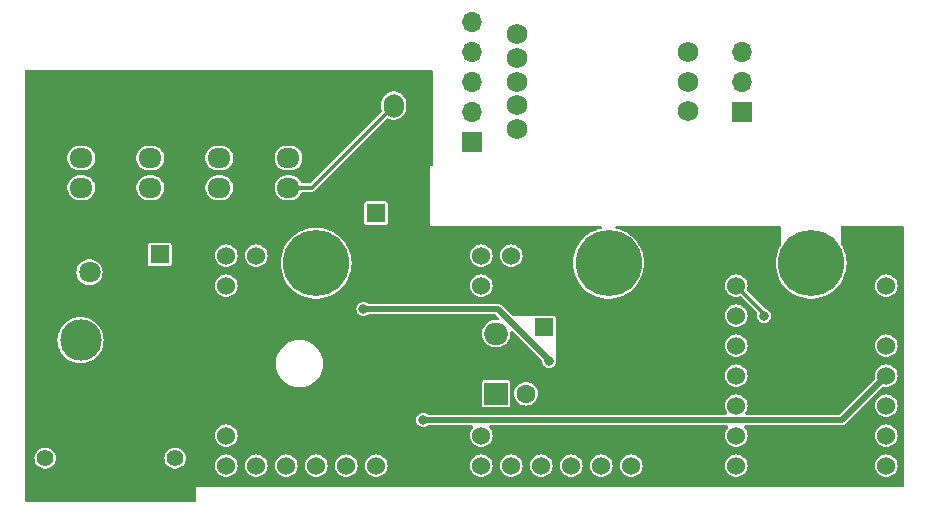
<source format=gbr>
%TF.GenerationSoftware,KiCad,Pcbnew,8.0.5*%
%TF.CreationDate,2024-09-28T03:45:08+09:00*%
%TF.ProjectId,_____,b5fcdcfa-7f2e-46b6-9963-61645f706362,rev?*%
%TF.SameCoordinates,Original*%
%TF.FileFunction,Copper,L2,Bot*%
%TF.FilePolarity,Positive*%
%FSLAX46Y46*%
G04 Gerber Fmt 4.6, Leading zero omitted, Abs format (unit mm)*
G04 Created by KiCad (PCBNEW 8.0.5) date 2024-09-28 03:45:08*
%MOMM*%
%LPD*%
G01*
G04 APERTURE LIST*
G04 Aperture macros list*
%AMRoundRect*
0 Rectangle with rounded corners*
0 $1 Rounding radius*
0 $2 $3 $4 $5 $6 $7 $8 $9 X,Y pos of 4 corners*
0 Add a 4 corners polygon primitive as box body*
4,1,4,$2,$3,$4,$5,$6,$7,$8,$9,$2,$3,0*
0 Add four circle primitives for the rounded corners*
1,1,$1+$1,$2,$3*
1,1,$1+$1,$4,$5*
1,1,$1+$1,$6,$7*
1,1,$1+$1,$8,$9*
0 Add four rect primitives between the rounded corners*
20,1,$1+$1,$2,$3,$4,$5,0*
20,1,$1+$1,$4,$5,$6,$7,0*
20,1,$1+$1,$6,$7,$8,$9,0*
20,1,$1+$1,$8,$9,$2,$3,0*%
G04 Aperture macros list end*
%TA.AperFunction,ComponentPad*%
%ADD10C,1.600000*%
%TD*%
%TA.AperFunction,ComponentPad*%
%ADD11C,1.524000*%
%TD*%
%TA.AperFunction,ComponentPad*%
%ADD12R,1.524000X1.524000*%
%TD*%
%TA.AperFunction,ComponentPad*%
%ADD13C,1.750000*%
%TD*%
%TA.AperFunction,ComponentPad*%
%ADD14C,5.600000*%
%TD*%
%TA.AperFunction,ComponentPad*%
%ADD15R,1.700000X1.700000*%
%TD*%
%TA.AperFunction,ComponentPad*%
%ADD16O,1.700000X1.700000*%
%TD*%
%TA.AperFunction,ComponentPad*%
%ADD17R,1.600000X1.600000*%
%TD*%
%TA.AperFunction,ComponentPad*%
%ADD18R,2.000000X1.905000*%
%TD*%
%TA.AperFunction,ComponentPad*%
%ADD19O,2.000000X1.905000*%
%TD*%
%TA.AperFunction,ComponentPad*%
%ADD20C,3.500000*%
%TD*%
%TA.AperFunction,ComponentPad*%
%ADD21R,3.500000X3.500000*%
%TD*%
%TA.AperFunction,ComponentPad*%
%ADD22C,1.400000*%
%TD*%
%TA.AperFunction,ComponentPad*%
%ADD23RoundRect,0.250000X-0.725000X0.600000X-0.725000X-0.600000X0.725000X-0.600000X0.725000X0.600000X0*%
%TD*%
%TA.AperFunction,ComponentPad*%
%ADD24O,1.950000X1.700000*%
%TD*%
%TA.AperFunction,ComponentPad*%
%ADD25RoundRect,0.250000X-0.600000X-0.750000X0.600000X-0.750000X0.600000X0.750000X-0.600000X0.750000X0*%
%TD*%
%TA.AperFunction,ComponentPad*%
%ADD26O,1.700000X2.000000*%
%TD*%
%TA.AperFunction,ComponentPad*%
%ADD27R,1.800000X1.800000*%
%TD*%
%TA.AperFunction,ComponentPad*%
%ADD28C,1.800000*%
%TD*%
%TA.AperFunction,ViaPad*%
%ADD29C,0.800000*%
%TD*%
%TA.AperFunction,Conductor*%
%ADD30C,0.300000*%
%TD*%
%TA.AperFunction,Conductor*%
%ADD31C,0.500000*%
%TD*%
G04 APERTURE END LIST*
D10*
%TO.P,C1,1*%
%TO.N,VDD*%
X77470000Y-90424000D03*
%TO.P,C1,2*%
%TO.N,GND*%
X77470000Y-87924000D03*
%TD*%
D11*
%TO.P,U1,1,PA02_A0_D0*%
%TO.N,Net-(U1-PA02_A0_D0)*%
X95250000Y-81280000D03*
%TO.P,U1,2,PA4_A1_D1*%
%TO.N,unconnected-(U1-PA4_A1_D1-Pad2)*%
X95250000Y-83820000D03*
%TO.P,U1,3,PA10_A2_D2*%
%TO.N,unconnected-(U1-PA10_A2_D2-Pad3)*%
X95250000Y-86360000D03*
%TO.P,U1,4,PA11_A3_D3*%
%TO.N,unconnected-(U1-PA11_A3_D3-Pad4)*%
X95250000Y-88900000D03*
%TO.P,U1,5,PA8_A4_D4_SDA*%
%TO.N,/RED LED*%
X95250000Y-91440000D03*
%TO.P,U1,6,PA9_A5_D5_SCL*%
%TO.N,/GREEN LED*%
X95250000Y-93980000D03*
%TO.P,U1,7,PB08_A6_D6_TX*%
%TO.N,unconnected-(U1-PB08_A6_D6_TX-Pad7)*%
X95250000Y-96520000D03*
%TO.P,U1,8,PB09_A7_D7_RX*%
%TO.N,unconnected-(U1-PB09_A7_D7_RX-Pad8)*%
X107950000Y-96520000D03*
%TO.P,U1,9,PA7_A8_D8_SCK*%
%TO.N,unconnected-(U1-PA7_A8_D8_SCK-Pad9)*%
X107950000Y-93980000D03*
%TO.P,U1,10,PA5_A9_D9_MISO*%
%TO.N,/DCDC RST1*%
X107950000Y-91440000D03*
%TO.P,U1,11,PA6_A10_D10_MOSI*%
%TO.N,/DCDC RST2*%
X107950000Y-88900000D03*
%TO.P,U1,12,3V3*%
%TO.N,unconnected-(U1-3V3-Pad12)*%
X107950000Y-86360000D03*
D12*
%TO.P,U1,13,GND*%
%TO.N,GND*%
X107950000Y-83820000D03*
D11*
%TO.P,U1,14,5V*%
%TO.N,+5V*%
X107950000Y-81280000D03*
%TD*%
D13*
%TO.P,ENC1,1,RED*%
%TO.N,Net-(ENC1-RED)*%
X76711400Y-67997200D03*
%TO.P,ENC1,2,GREEN*%
%TO.N,Net-(ENC1-GREEN)*%
X76711400Y-65997200D03*
%TO.P,ENC1,3,SW*%
%TO.N,Net-(ENC1-SW)*%
X76711400Y-63997200D03*
%TO.P,ENC1,4,BLUE*%
%TO.N,Net-(ENC1-BLUE)*%
X76711400Y-61997200D03*
%TO.P,ENC1,5,Anode*%
%TO.N,Net-(ENC1-Anode)*%
X76711400Y-59997200D03*
%TO.P,ENC1,6,A*%
%TO.N,Net-(ENC1-A)*%
X91211400Y-66497200D03*
%TO.P,ENC1,7,B*%
%TO.N,Net-(ENC1-B)*%
X91211400Y-63997200D03*
%TO.P,ENC1,8,C*%
%TO.N,Net-(ENC1-C)*%
X91211400Y-61497200D03*
%TD*%
D14*
%TO.P,REF\u002A\u002A,1*%
%TO.N,N/C*%
X101600000Y-79375000D03*
%TD*%
D15*
%TO.P,J7,1,Pin_1*%
%TO.N,Net-(ENC1-RED)*%
X72898000Y-69088000D03*
D16*
%TO.P,J7,2,Pin_2*%
%TO.N,Net-(ENC1-GREEN)*%
X72898000Y-66548000D03*
%TO.P,J7,3,Pin_3*%
%TO.N,Net-(ENC1-SW)*%
X72898000Y-64008000D03*
%TO.P,J7,4,Pin_4*%
%TO.N,Net-(ENC1-BLUE)*%
X72898000Y-61468000D03*
%TO.P,J7,5,Pin_5*%
%TO.N,Net-(ENC1-Anode)*%
X72898000Y-58928000D03*
%TD*%
D15*
%TO.P,J8,1,Pin_1*%
%TO.N,Net-(ENC1-A)*%
X95758000Y-66548000D03*
D16*
%TO.P,J8,2,Pin_2*%
%TO.N,Net-(ENC1-B)*%
X95758000Y-64008000D03*
%TO.P,J8,3,Pin_3*%
%TO.N,Net-(ENC1-C)*%
X95758000Y-61468000D03*
%TD*%
D14*
%TO.P,REF\u002A\u002A,1*%
%TO.N,N/C*%
X59690000Y-79375000D03*
%TD*%
D17*
%TO.P,C5,1*%
%TO.N,Net-(J4-Pin_2)*%
X46456600Y-78627600D03*
D10*
%TO.P,C5,2*%
%TO.N,GND*%
X46456600Y-81127600D03*
%TD*%
D18*
%TO.P,LDO1,1,Vin*%
%TO.N,VDD*%
X74930000Y-90424000D03*
D19*
%TO.P,LDO1,2,GND*%
%TO.N,GND*%
X74930000Y-87884000D03*
%TO.P,LDO1,3,Vout*%
%TO.N,+5V*%
X74930000Y-85344000D03*
%TD*%
D20*
%TO.P,J1,2,Pin_2*%
%TO.N,VDD*%
X39752000Y-85885000D03*
D21*
%TO.P,J1,1,Pin_1*%
%TO.N,GND*%
X44752000Y-85885000D03*
D22*
%TO.P,J1,*%
%TO.N,*%
X47752000Y-95885000D03*
X36752000Y-95885000D03*
%TD*%
D23*
%TO.P,J5,1,Pin_1*%
%TO.N,GND*%
X39801800Y-67974200D03*
D24*
%TO.P,J5,2,Pin_2*%
%TO.N,Net-(J4-Pin_2)*%
X39801800Y-70474200D03*
%TO.P,J5,3,Pin_3*%
%TO.N,/DATA*%
X39801800Y-72974200D03*
%TD*%
D17*
%TO.P,C2,1*%
%TO.N,+5V*%
X78994000Y-84804000D03*
D10*
%TO.P,C2,2*%
%TO.N,GND*%
X78994000Y-82804000D03*
%TD*%
D14*
%TO.P,REF\u002A\u002A,1*%
%TO.N,N/C*%
X84455000Y-79375000D03*
%TD*%
D17*
%TO.P,C4,1*%
%TO.N,Net-(J2-Pin_2)*%
X64770000Y-75144000D03*
D10*
%TO.P,C4,2*%
%TO.N,GND*%
X64770000Y-72644000D03*
%TD*%
D23*
%TO.P,J4,1,Pin_1*%
%TO.N,GND*%
X45651800Y-67974200D03*
D24*
%TO.P,J4,2,Pin_2*%
%TO.N,Net-(J4-Pin_2)*%
X45651800Y-70474200D03*
%TO.P,J4,3,Pin_3*%
%TO.N,/DATA*%
X45651800Y-72974200D03*
%TD*%
D23*
%TO.P,J2,1,Pin_1*%
%TO.N,GND*%
X57351800Y-67974200D03*
D24*
%TO.P,J2,2,Pin_2*%
%TO.N,Net-(J2-Pin_2)*%
X57351800Y-70474200D03*
%TO.P,J2,3,Pin_3*%
%TO.N,/DATA*%
X57351800Y-72974200D03*
%TD*%
D25*
%TO.P,J6,1,Pin_1*%
%TO.N,GND*%
X63774000Y-66023000D03*
D26*
%TO.P,J6,2,Pin_2*%
%TO.N,/DATA*%
X66274000Y-66023000D03*
%TD*%
D23*
%TO.P,J3,1,Pin_1*%
%TO.N,GND*%
X51501800Y-67974200D03*
D24*
%TO.P,J3,2,Pin_2*%
%TO.N,Net-(J2-Pin_2)*%
X51501800Y-70474200D03*
%TO.P,J3,3,Pin_3*%
%TO.N,/DATA*%
X51501800Y-72974200D03*
%TD*%
D27*
%TO.P,D1,1,K*%
%TO.N,GND*%
X37968000Y-80137000D03*
D28*
%TO.P,D1,2,A*%
%TO.N,Net-(D1-A)*%
X40508000Y-80137000D03*
%TD*%
D11*
%TO.P,LT2,1,Vin*%
%TO.N,VDD*%
X52070000Y-93980000D03*
%TO.P,LT2,2,Vin*%
X52070000Y-96520000D03*
%TO.P,LT2,3,Vin*%
X54610000Y-96520000D03*
%TO.P,LT2,4,EN/UV*%
%TO.N,/DCDC RST2*%
X57150000Y-96520000D03*
%TO.P,LT2,5,MODE*%
%TO.N,unconnected-(LT2-MODE-Pad5)*%
X59690000Y-96520000D03*
%TO.P,LT2,6,INTVCC*%
%TO.N,unconnected-(LT2-INTVCC-Pad6)*%
X62230000Y-96520000D03*
%TO.P,LT2,7,PG*%
%TO.N,unconnected-(LT2-PG-Pad7)*%
X64770000Y-96520000D03*
D12*
%TO.P,LT2,8,GND*%
%TO.N,GND*%
X67310000Y-96520000D03*
%TO.P,LT2,9,GND*%
X69850000Y-96520000D03*
%TO.P,LT2,10,GND*%
X69850000Y-93980000D03*
D11*
%TO.P,LT2,11,Vout*%
%TO.N,Net-(J4-Pin_2)*%
X52070000Y-81280000D03*
%TO.P,LT2,12,Vout*%
X52070000Y-78740000D03*
%TO.P,LT2,13,Vout*%
X54610000Y-78740000D03*
D12*
%TO.P,LT2,14,GND*%
%TO.N,GND*%
X67310000Y-78740000D03*
%TO.P,LT2,15,GND*%
X69850000Y-78740000D03*
%TO.P,LT2,16,GND*%
X69850000Y-81280000D03*
%TD*%
D11*
%TO.P,LT1,1,Vin*%
%TO.N,VDD*%
X73660000Y-93980000D03*
%TO.P,LT1,2,Vin*%
X73660000Y-96520000D03*
%TO.P,LT1,3,Vin*%
X76200000Y-96520000D03*
%TO.P,LT1,4,EN/UV*%
%TO.N,/DCDC RST1*%
X78740000Y-96520000D03*
%TO.P,LT1,5,MODE*%
%TO.N,unconnected-(LT1-MODE-Pad5)*%
X81280000Y-96520000D03*
%TO.P,LT1,6,INTVCC*%
%TO.N,unconnected-(LT1-INTVCC-Pad6)*%
X83820000Y-96520000D03*
%TO.P,LT1,7,PG*%
%TO.N,unconnected-(LT1-PG-Pad7)*%
X86360000Y-96520000D03*
D12*
%TO.P,LT1,8,GND*%
%TO.N,GND*%
X88900000Y-96520000D03*
%TO.P,LT1,9,GND*%
X91440000Y-96520000D03*
%TO.P,LT1,10,GND*%
X91440000Y-93980000D03*
D11*
%TO.P,LT1,11,Vout*%
%TO.N,Net-(J2-Pin_2)*%
X73660000Y-81280000D03*
%TO.P,LT1,12,Vout*%
X73660000Y-78740000D03*
%TO.P,LT1,13,Vout*%
X76200000Y-78740000D03*
D12*
%TO.P,LT1,14,GND*%
%TO.N,GND*%
X88900000Y-78740000D03*
%TO.P,LT1,15,GND*%
X91440000Y-78740000D03*
%TO.P,LT1,16,GND*%
X91440000Y-81280000D03*
%TD*%
D29*
%TO.N,GND*%
X47244000Y-89916000D03*
X54610000Y-82042000D03*
X67310000Y-87630000D03*
X88265000Y-86360000D03*
X55245000Y-87630000D03*
X36195000Y-88900000D03*
X62865000Y-84455000D03*
X96774000Y-79502000D03*
X36195000Y-97155000D03*
X84455000Y-86360000D03*
X98552000Y-81534000D03*
X45085000Y-97155000D03*
X67818000Y-71628000D03*
X101600000Y-93980000D03*
X93345000Y-83820000D03*
X103505000Y-88265000D03*
X49530000Y-97155000D03*
X92075000Y-86360000D03*
X106045000Y-85090000D03*
X80010000Y-97790000D03*
X49022000Y-63754000D03*
X97155000Y-97155000D03*
X46990000Y-84455000D03*
X78232000Y-94996000D03*
X55118000Y-68072000D03*
X45720000Y-75184000D03*
X89154000Y-83820000D03*
X107950000Y-77470000D03*
X57785000Y-84455000D03*
X62992000Y-64262000D03*
X48514000Y-71882000D03*
X89154000Y-91186000D03*
X71120000Y-87630000D03*
X62865000Y-87630000D03*
X103632000Y-82296000D03*
X100330000Y-91440000D03*
X100330000Y-88265000D03*
X60452000Y-67818000D03*
X77978000Y-76708000D03*
X106045000Y-93980000D03*
X60452000Y-64262000D03*
X36068000Y-77978000D03*
X87884000Y-94488000D03*
X96774000Y-81534000D03*
X58420000Y-97790000D03*
X56388000Y-76962000D03*
X86614000Y-76708000D03*
X101600000Y-97155000D03*
X52070000Y-90170000D03*
X97155000Y-91440000D03*
X92964000Y-76708000D03*
X51562000Y-75438000D03*
X52705000Y-84455000D03*
X93345000Y-88900000D03*
X40640000Y-92710000D03*
X67818000Y-75692000D03*
X42672000Y-72136000D03*
X62738000Y-81788000D03*
X40640000Y-97155000D03*
X62992000Y-71374000D03*
X82042000Y-76708000D03*
X39878000Y-75184000D03*
X89154000Y-76708000D03*
X43180000Y-64008000D03*
X67818000Y-64262000D03*
X92964000Y-79502000D03*
X36830000Y-68326000D03*
X105410000Y-80010000D03*
X77978000Y-81280000D03*
X36195000Y-92710000D03*
X82042000Y-83820000D03*
X85090000Y-97790000D03*
X82804000Y-94488000D03*
X36195000Y-82550000D03*
X96774000Y-76708000D03*
X93345000Y-93980000D03*
X44958000Y-65786000D03*
X93345000Y-97155000D03*
X84328000Y-91186000D03*
X67818000Y-67564000D03*
X43180000Y-68072000D03*
X89154000Y-81788000D03*
X76200000Y-82804000D03*
X56388000Y-65786000D03*
X80645000Y-86360000D03*
X105410000Y-77470000D03*
X39116000Y-65786000D03*
X63500000Y-97790000D03*
X106045000Y-88265000D03*
X49530000Y-87630000D03*
X57404000Y-74930000D03*
X103505000Y-85090000D03*
X103505000Y-91440000D03*
X80010000Y-93726000D03*
X37084000Y-64008000D03*
X80010000Y-91186000D03*
X50800000Y-65786000D03*
X106045000Y-97155000D03*
X40640000Y-82550000D03*
X99060000Y-83820000D03*
X107950000Y-79756000D03*
X97155000Y-93980000D03*
X49022000Y-67818000D03*
X54356000Y-72136000D03*
X86614000Y-83820000D03*
X54864000Y-64008000D03*
%TO.N,/DCDC RST2*%
X68776000Y-92652000D03*
%TO.N,Net-(U1-PA02_A0_D0)*%
X97616000Y-83820000D03*
%TO.N,Net-(D1-A)*%
X79425800Y-87655400D03*
X63703200Y-83261200D03*
%TD*%
D30*
%TO.N,/DATA*%
X59322800Y-72974200D02*
X57351800Y-72974200D01*
X66274000Y-66023000D02*
X59322800Y-72974200D01*
D31*
%TO.N,/DCDC RST2*%
X68776000Y-92652000D02*
X104198000Y-92652000D01*
X104198000Y-92652000D02*
X107950000Y-88900000D01*
D30*
%TO.N,Net-(U1-PA02_A0_D0)*%
X97616000Y-83820000D02*
X97616000Y-83646000D01*
X97616000Y-83646000D02*
X95250000Y-81280000D01*
D31*
%TO.N,Net-(D1-A)*%
X75082400Y-83261200D02*
X63703200Y-83261200D01*
X79425800Y-87604600D02*
X75082400Y-83261200D01*
X79425800Y-87655400D02*
X79425800Y-87604600D01*
%TD*%
%TA.AperFunction,Conductor*%
%TO.N,GND*%
G36*
X69539039Y-63011685D02*
G01*
X69584794Y-63064489D01*
X69596000Y-63116000D01*
X69596000Y-70996000D01*
X69576315Y-71063039D01*
X69523511Y-71108794D01*
X69472000Y-71120000D01*
X69342000Y-71120000D01*
X69342000Y-76200000D01*
X83779677Y-76200000D01*
X83846716Y-76219685D01*
X83892471Y-76272489D01*
X83902415Y-76341647D01*
X83873390Y-76405203D01*
X83814612Y-76442977D01*
X83808273Y-76444658D01*
X83592990Y-76495680D01*
X83592987Y-76495681D01*
X83264547Y-76615223D01*
X83264541Y-76615226D01*
X82952203Y-76772088D01*
X82660194Y-76964146D01*
X82660186Y-76964152D01*
X82392442Y-77188817D01*
X82392440Y-77188819D01*
X82152589Y-77443044D01*
X82152584Y-77443050D01*
X81943870Y-77723402D01*
X81769113Y-78026091D01*
X81769107Y-78026104D01*
X81630674Y-78347027D01*
X81530430Y-78681865D01*
X81530428Y-78681872D01*
X81469739Y-79026061D01*
X81469738Y-79026072D01*
X81449415Y-79374996D01*
X81449415Y-79375003D01*
X81469738Y-79723927D01*
X81469739Y-79723938D01*
X81530428Y-80068127D01*
X81530430Y-80068134D01*
X81630674Y-80402972D01*
X81769107Y-80723895D01*
X81769113Y-80723908D01*
X81943870Y-81026597D01*
X82152584Y-81306949D01*
X82152589Y-81306955D01*
X82276463Y-81438253D01*
X82392442Y-81561183D01*
X82498432Y-81650119D01*
X82660186Y-81785847D01*
X82660194Y-81785853D01*
X82952203Y-81977911D01*
X82952207Y-81977913D01*
X83264549Y-82134777D01*
X83592989Y-82254319D01*
X83933086Y-82334923D01*
X84280241Y-82375500D01*
X84280248Y-82375500D01*
X84629752Y-82375500D01*
X84629759Y-82375500D01*
X84976914Y-82334923D01*
X85317011Y-82254319D01*
X85645451Y-82134777D01*
X85957793Y-81977913D01*
X86249811Y-81785849D01*
X86517558Y-81561183D01*
X86757412Y-81306953D01*
X86777478Y-81280000D01*
X94282843Y-81280000D01*
X94301426Y-81468681D01*
X94319772Y-81529160D01*
X94356463Y-81650115D01*
X94356464Y-81650118D01*
X94356465Y-81650119D01*
X94356466Y-81650122D01*
X94445834Y-81817318D01*
X94445838Y-81817325D01*
X94566116Y-81963883D01*
X94712674Y-82084161D01*
X94712681Y-82084165D01*
X94879877Y-82173533D01*
X94879878Y-82173533D01*
X94879885Y-82173537D01*
X95061317Y-82228573D01*
X95061316Y-82228573D01*
X95078233Y-82230239D01*
X95250000Y-82247157D01*
X95438683Y-82228573D01*
X95570276Y-82188654D01*
X95640142Y-82188031D01*
X95693952Y-82219634D01*
X97003591Y-83529272D01*
X97037076Y-83590595D01*
X97032454Y-83655220D01*
X97033060Y-83655383D01*
X97032217Y-83658526D01*
X97032092Y-83660287D01*
X97031008Y-83663039D01*
X97030956Y-83663234D01*
X97010318Y-83819998D01*
X97010318Y-83820000D01*
X97030955Y-83976760D01*
X97030956Y-83976762D01*
X97091464Y-84122841D01*
X97187718Y-84248282D01*
X97313159Y-84344536D01*
X97459238Y-84405044D01*
X97537619Y-84415363D01*
X97615999Y-84425682D01*
X97616000Y-84425682D01*
X97616001Y-84425682D01*
X97668254Y-84418802D01*
X97772762Y-84405044D01*
X97918841Y-84344536D01*
X98044282Y-84248282D01*
X98140536Y-84122841D01*
X98201044Y-83976762D01*
X98221682Y-83820000D01*
X98221053Y-83815225D01*
X98201044Y-83663239D01*
X98201044Y-83663238D01*
X98140536Y-83517159D01*
X98044282Y-83391718D01*
X97918841Y-83295464D01*
X97772762Y-83234956D01*
X97731432Y-83229514D01*
X97667537Y-83201248D01*
X97659938Y-83194257D01*
X96189634Y-81723952D01*
X96156149Y-81662629D01*
X96158654Y-81600277D01*
X96198573Y-81468683D01*
X96217157Y-81280000D01*
X96198573Y-81091317D01*
X96143537Y-80909885D01*
X96054162Y-80742676D01*
X96054161Y-80742674D01*
X95933883Y-80596116D01*
X95787325Y-80475838D01*
X95787318Y-80475834D01*
X95620122Y-80386466D01*
X95620119Y-80386465D01*
X95620118Y-80386464D01*
X95620115Y-80386463D01*
X95438683Y-80331427D01*
X95438681Y-80331426D01*
X95438683Y-80331426D01*
X95250000Y-80312843D01*
X95061318Y-80331426D01*
X94954194Y-80363921D01*
X94879885Y-80386463D01*
X94879882Y-80386464D01*
X94879880Y-80386465D01*
X94879877Y-80386466D01*
X94712681Y-80475834D01*
X94712674Y-80475838D01*
X94566116Y-80596116D01*
X94445838Y-80742674D01*
X94445834Y-80742681D01*
X94356466Y-80909877D01*
X94356465Y-80909880D01*
X94301426Y-81091318D01*
X94282843Y-81280000D01*
X86777478Y-81280000D01*
X86966130Y-81026596D01*
X87140889Y-80723904D01*
X87279326Y-80402971D01*
X87379569Y-80068136D01*
X87403236Y-79933917D01*
X87440260Y-79723938D01*
X87440259Y-79723938D01*
X87440262Y-79723927D01*
X87460585Y-79375000D01*
X87440262Y-79026073D01*
X87423090Y-78928683D01*
X87379571Y-78681872D01*
X87379569Y-78681865D01*
X87340486Y-78551318D01*
X87279326Y-78347029D01*
X87140889Y-78026096D01*
X87014883Y-77807847D01*
X86966129Y-77723402D01*
X86757415Y-77443050D01*
X86757410Y-77443044D01*
X86641433Y-77320117D01*
X86517558Y-77188817D01*
X86369488Y-77064572D01*
X86249813Y-76964152D01*
X86249805Y-76964146D01*
X85957796Y-76772088D01*
X85645458Y-76615226D01*
X85645452Y-76615223D01*
X85317012Y-76495681D01*
X85317009Y-76495680D01*
X85101727Y-76444658D01*
X85041034Y-76410043D01*
X85008690Y-76348111D01*
X85014963Y-76278524D01*
X85057863Y-76223375D01*
X85123768Y-76200173D01*
X85130323Y-76200000D01*
X98936000Y-76200000D01*
X99003039Y-76219685D01*
X99048794Y-76272489D01*
X99060000Y-76324000D01*
X99060000Y-77740182D01*
X99043387Y-77802182D01*
X98914113Y-78026091D01*
X98914107Y-78026104D01*
X98775674Y-78347027D01*
X98675430Y-78681865D01*
X98675428Y-78681872D01*
X98614739Y-79026061D01*
X98614738Y-79026072D01*
X98594415Y-79374996D01*
X98594415Y-79375003D01*
X98614738Y-79723927D01*
X98614739Y-79723938D01*
X98675428Y-80068127D01*
X98675430Y-80068134D01*
X98775674Y-80402972D01*
X98914107Y-80723895D01*
X98914113Y-80723908D01*
X99088870Y-81026597D01*
X99297584Y-81306949D01*
X99297589Y-81306955D01*
X99421463Y-81438253D01*
X99537442Y-81561183D01*
X99643432Y-81650119D01*
X99805186Y-81785847D01*
X99805194Y-81785853D01*
X100097203Y-81977911D01*
X100097207Y-81977913D01*
X100409549Y-82134777D01*
X100737989Y-82254319D01*
X101078086Y-82334923D01*
X101425241Y-82375500D01*
X101425248Y-82375500D01*
X101774752Y-82375500D01*
X101774759Y-82375500D01*
X102121914Y-82334923D01*
X102462011Y-82254319D01*
X102790451Y-82134777D01*
X103102793Y-81977913D01*
X103394811Y-81785849D01*
X103662558Y-81561183D01*
X103902412Y-81306953D01*
X103922478Y-81280000D01*
X106982843Y-81280000D01*
X107001426Y-81468681D01*
X107019772Y-81529160D01*
X107056463Y-81650115D01*
X107056464Y-81650118D01*
X107056465Y-81650119D01*
X107056466Y-81650122D01*
X107145834Y-81817318D01*
X107145838Y-81817325D01*
X107266116Y-81963883D01*
X107412674Y-82084161D01*
X107412681Y-82084165D01*
X107579877Y-82173533D01*
X107579878Y-82173533D01*
X107579885Y-82173537D01*
X107761317Y-82228573D01*
X107761316Y-82228573D01*
X107778233Y-82230239D01*
X107950000Y-82247157D01*
X108138683Y-82228573D01*
X108320115Y-82173537D01*
X108487324Y-82084162D01*
X108633883Y-81963883D01*
X108754162Y-81817324D01*
X108843537Y-81650115D01*
X108898573Y-81468683D01*
X108917157Y-81280000D01*
X108898573Y-81091317D01*
X108843537Y-80909885D01*
X108754162Y-80742676D01*
X108754161Y-80742674D01*
X108633883Y-80596116D01*
X108487325Y-80475838D01*
X108487318Y-80475834D01*
X108320122Y-80386466D01*
X108320119Y-80386465D01*
X108320118Y-80386464D01*
X108320115Y-80386463D01*
X108138683Y-80331427D01*
X108138681Y-80331426D01*
X108138683Y-80331426D01*
X107950000Y-80312843D01*
X107761318Y-80331426D01*
X107654194Y-80363921D01*
X107579885Y-80386463D01*
X107579882Y-80386464D01*
X107579880Y-80386465D01*
X107579877Y-80386466D01*
X107412681Y-80475834D01*
X107412674Y-80475838D01*
X107266116Y-80596116D01*
X107145838Y-80742674D01*
X107145834Y-80742681D01*
X107056466Y-80909877D01*
X107056465Y-80909880D01*
X107001426Y-81091318D01*
X106982843Y-81280000D01*
X103922478Y-81280000D01*
X104111130Y-81026596D01*
X104285889Y-80723904D01*
X104424326Y-80402971D01*
X104524569Y-80068136D01*
X104548236Y-79933917D01*
X104585260Y-79723938D01*
X104585259Y-79723938D01*
X104585262Y-79723927D01*
X104605585Y-79375000D01*
X104585262Y-79026073D01*
X104568090Y-78928683D01*
X104524571Y-78681872D01*
X104524569Y-78681865D01*
X104485486Y-78551318D01*
X104424326Y-78347029D01*
X104285889Y-78026096D01*
X104182180Y-77846466D01*
X104156613Y-77802182D01*
X104140000Y-77740182D01*
X104140000Y-76324000D01*
X104159685Y-76256961D01*
X104212489Y-76211206D01*
X104264000Y-76200000D01*
X109350000Y-76200000D01*
X109417039Y-76219685D01*
X109462794Y-76272489D01*
X109474000Y-76324000D01*
X109474000Y-98174000D01*
X109454315Y-98241039D01*
X109401511Y-98286794D01*
X109350000Y-98298000D01*
X49530000Y-98298000D01*
X49530000Y-99444000D01*
X49510315Y-99511039D01*
X49457511Y-99556794D01*
X49406000Y-99568000D01*
X35176000Y-99568000D01*
X35108961Y-99548315D01*
X35063206Y-99495511D01*
X35052000Y-99444000D01*
X35052000Y-95885000D01*
X35846540Y-95885000D01*
X35866326Y-96073256D01*
X35866327Y-96073259D01*
X35924818Y-96253277D01*
X35924821Y-96253284D01*
X36019467Y-96417216D01*
X36146129Y-96557888D01*
X36299265Y-96669148D01*
X36299270Y-96669151D01*
X36472192Y-96746142D01*
X36472197Y-96746144D01*
X36657354Y-96785500D01*
X36657355Y-96785500D01*
X36846644Y-96785500D01*
X36846646Y-96785500D01*
X37031803Y-96746144D01*
X37204730Y-96669151D01*
X37357871Y-96557888D01*
X37484533Y-96417216D01*
X37579179Y-96253284D01*
X37637674Y-96073256D01*
X37657460Y-95885000D01*
X46846540Y-95885000D01*
X46866326Y-96073256D01*
X46866327Y-96073259D01*
X46924818Y-96253277D01*
X46924821Y-96253284D01*
X47019467Y-96417216D01*
X47146129Y-96557888D01*
X47299265Y-96669148D01*
X47299270Y-96669151D01*
X47472192Y-96746142D01*
X47472197Y-96746144D01*
X47657354Y-96785500D01*
X47657355Y-96785500D01*
X47846644Y-96785500D01*
X47846646Y-96785500D01*
X48031803Y-96746144D01*
X48204730Y-96669151D01*
X48357871Y-96557888D01*
X48391986Y-96520000D01*
X51102843Y-96520000D01*
X51121426Y-96708681D01*
X51139772Y-96769160D01*
X51176463Y-96890115D01*
X51176464Y-96890118D01*
X51176465Y-96890119D01*
X51176466Y-96890122D01*
X51265834Y-97057318D01*
X51265838Y-97057325D01*
X51386116Y-97203883D01*
X51532674Y-97324161D01*
X51532681Y-97324165D01*
X51699877Y-97413533D01*
X51699878Y-97413533D01*
X51699885Y-97413537D01*
X51881317Y-97468573D01*
X51881316Y-97468573D01*
X51898233Y-97470239D01*
X52070000Y-97487157D01*
X52258683Y-97468573D01*
X52440115Y-97413537D01*
X52607324Y-97324162D01*
X52753883Y-97203883D01*
X52874162Y-97057324D01*
X52963537Y-96890115D01*
X53018573Y-96708683D01*
X53037157Y-96520000D01*
X53642843Y-96520000D01*
X53661426Y-96708681D01*
X53679772Y-96769160D01*
X53716463Y-96890115D01*
X53716464Y-96890118D01*
X53716465Y-96890119D01*
X53716466Y-96890122D01*
X53805834Y-97057318D01*
X53805838Y-97057325D01*
X53926116Y-97203883D01*
X54072674Y-97324161D01*
X54072681Y-97324165D01*
X54239877Y-97413533D01*
X54239878Y-97413533D01*
X54239885Y-97413537D01*
X54421317Y-97468573D01*
X54421316Y-97468573D01*
X54438233Y-97470239D01*
X54610000Y-97487157D01*
X54798683Y-97468573D01*
X54980115Y-97413537D01*
X55147324Y-97324162D01*
X55293883Y-97203883D01*
X55414162Y-97057324D01*
X55503537Y-96890115D01*
X55558573Y-96708683D01*
X55577157Y-96520000D01*
X56182843Y-96520000D01*
X56201426Y-96708681D01*
X56219772Y-96769160D01*
X56256463Y-96890115D01*
X56256464Y-96890118D01*
X56256465Y-96890119D01*
X56256466Y-96890122D01*
X56345834Y-97057318D01*
X56345838Y-97057325D01*
X56466116Y-97203883D01*
X56612674Y-97324161D01*
X56612681Y-97324165D01*
X56779877Y-97413533D01*
X56779878Y-97413533D01*
X56779885Y-97413537D01*
X56961317Y-97468573D01*
X56961316Y-97468573D01*
X56978233Y-97470239D01*
X57150000Y-97487157D01*
X57338683Y-97468573D01*
X57520115Y-97413537D01*
X57687324Y-97324162D01*
X57833883Y-97203883D01*
X57954162Y-97057324D01*
X58043537Y-96890115D01*
X58098573Y-96708683D01*
X58117157Y-96520000D01*
X58722843Y-96520000D01*
X58741426Y-96708681D01*
X58759772Y-96769160D01*
X58796463Y-96890115D01*
X58796464Y-96890118D01*
X58796465Y-96890119D01*
X58796466Y-96890122D01*
X58885834Y-97057318D01*
X58885838Y-97057325D01*
X59006116Y-97203883D01*
X59152674Y-97324161D01*
X59152681Y-97324165D01*
X59319877Y-97413533D01*
X59319878Y-97413533D01*
X59319885Y-97413537D01*
X59501317Y-97468573D01*
X59501316Y-97468573D01*
X59518233Y-97470239D01*
X59690000Y-97487157D01*
X59878683Y-97468573D01*
X60060115Y-97413537D01*
X60227324Y-97324162D01*
X60373883Y-97203883D01*
X60494162Y-97057324D01*
X60583537Y-96890115D01*
X60638573Y-96708683D01*
X60657157Y-96520000D01*
X61262843Y-96520000D01*
X61281426Y-96708681D01*
X61299772Y-96769160D01*
X61336463Y-96890115D01*
X61336464Y-96890118D01*
X61336465Y-96890119D01*
X61336466Y-96890122D01*
X61425834Y-97057318D01*
X61425838Y-97057325D01*
X61546116Y-97203883D01*
X61692674Y-97324161D01*
X61692681Y-97324165D01*
X61859877Y-97413533D01*
X61859878Y-97413533D01*
X61859885Y-97413537D01*
X62041317Y-97468573D01*
X62041316Y-97468573D01*
X62058233Y-97470239D01*
X62230000Y-97487157D01*
X62418683Y-97468573D01*
X62600115Y-97413537D01*
X62767324Y-97324162D01*
X62913883Y-97203883D01*
X63034162Y-97057324D01*
X63123537Y-96890115D01*
X63178573Y-96708683D01*
X63197157Y-96520000D01*
X63802843Y-96520000D01*
X63821426Y-96708681D01*
X63839772Y-96769160D01*
X63876463Y-96890115D01*
X63876464Y-96890118D01*
X63876465Y-96890119D01*
X63876466Y-96890122D01*
X63965834Y-97057318D01*
X63965838Y-97057325D01*
X64086116Y-97203883D01*
X64232674Y-97324161D01*
X64232681Y-97324165D01*
X64399877Y-97413533D01*
X64399878Y-97413533D01*
X64399885Y-97413537D01*
X64581317Y-97468573D01*
X64581316Y-97468573D01*
X64598233Y-97470239D01*
X64770000Y-97487157D01*
X64958683Y-97468573D01*
X65140115Y-97413537D01*
X65307324Y-97324162D01*
X65453883Y-97203883D01*
X65574162Y-97057324D01*
X65663537Y-96890115D01*
X65718573Y-96708683D01*
X65737157Y-96520000D01*
X72692843Y-96520000D01*
X72711426Y-96708681D01*
X72729772Y-96769160D01*
X72766463Y-96890115D01*
X72766464Y-96890118D01*
X72766465Y-96890119D01*
X72766466Y-96890122D01*
X72855834Y-97057318D01*
X72855838Y-97057325D01*
X72976116Y-97203883D01*
X73122674Y-97324161D01*
X73122681Y-97324165D01*
X73289877Y-97413533D01*
X73289878Y-97413533D01*
X73289885Y-97413537D01*
X73471317Y-97468573D01*
X73471316Y-97468573D01*
X73488233Y-97470239D01*
X73660000Y-97487157D01*
X73848683Y-97468573D01*
X74030115Y-97413537D01*
X74197324Y-97324162D01*
X74343883Y-97203883D01*
X74464162Y-97057324D01*
X74553537Y-96890115D01*
X74608573Y-96708683D01*
X74627157Y-96520000D01*
X75232843Y-96520000D01*
X75251426Y-96708681D01*
X75269772Y-96769160D01*
X75306463Y-96890115D01*
X75306464Y-96890118D01*
X75306465Y-96890119D01*
X75306466Y-96890122D01*
X75395834Y-97057318D01*
X75395838Y-97057325D01*
X75516116Y-97203883D01*
X75662674Y-97324161D01*
X75662681Y-97324165D01*
X75829877Y-97413533D01*
X75829878Y-97413533D01*
X75829885Y-97413537D01*
X76011317Y-97468573D01*
X76011316Y-97468573D01*
X76028233Y-97470239D01*
X76200000Y-97487157D01*
X76388683Y-97468573D01*
X76570115Y-97413537D01*
X76737324Y-97324162D01*
X76883883Y-97203883D01*
X77004162Y-97057324D01*
X77093537Y-96890115D01*
X77148573Y-96708683D01*
X77167157Y-96520000D01*
X77772843Y-96520000D01*
X77791426Y-96708681D01*
X77809772Y-96769160D01*
X77846463Y-96890115D01*
X77846464Y-96890118D01*
X77846465Y-96890119D01*
X77846466Y-96890122D01*
X77935834Y-97057318D01*
X77935838Y-97057325D01*
X78056116Y-97203883D01*
X78202674Y-97324161D01*
X78202681Y-97324165D01*
X78369877Y-97413533D01*
X78369878Y-97413533D01*
X78369885Y-97413537D01*
X78551317Y-97468573D01*
X78551316Y-97468573D01*
X78568233Y-97470239D01*
X78740000Y-97487157D01*
X78928683Y-97468573D01*
X79110115Y-97413537D01*
X79277324Y-97324162D01*
X79423883Y-97203883D01*
X79544162Y-97057324D01*
X79633537Y-96890115D01*
X79688573Y-96708683D01*
X79707157Y-96520000D01*
X80312843Y-96520000D01*
X80331426Y-96708681D01*
X80349772Y-96769160D01*
X80386463Y-96890115D01*
X80386464Y-96890118D01*
X80386465Y-96890119D01*
X80386466Y-96890122D01*
X80475834Y-97057318D01*
X80475838Y-97057325D01*
X80596116Y-97203883D01*
X80742674Y-97324161D01*
X80742681Y-97324165D01*
X80909877Y-97413533D01*
X80909878Y-97413533D01*
X80909885Y-97413537D01*
X81091317Y-97468573D01*
X81091316Y-97468573D01*
X81108233Y-97470239D01*
X81280000Y-97487157D01*
X81468683Y-97468573D01*
X81650115Y-97413537D01*
X81817324Y-97324162D01*
X81963883Y-97203883D01*
X82084162Y-97057324D01*
X82173537Y-96890115D01*
X82228573Y-96708683D01*
X82247157Y-96520000D01*
X82852843Y-96520000D01*
X82871426Y-96708681D01*
X82889772Y-96769160D01*
X82926463Y-96890115D01*
X82926464Y-96890118D01*
X82926465Y-96890119D01*
X82926466Y-96890122D01*
X83015834Y-97057318D01*
X83015838Y-97057325D01*
X83136116Y-97203883D01*
X83282674Y-97324161D01*
X83282681Y-97324165D01*
X83449877Y-97413533D01*
X83449878Y-97413533D01*
X83449885Y-97413537D01*
X83631317Y-97468573D01*
X83631316Y-97468573D01*
X83648233Y-97470239D01*
X83820000Y-97487157D01*
X84008683Y-97468573D01*
X84190115Y-97413537D01*
X84357324Y-97324162D01*
X84503883Y-97203883D01*
X84624162Y-97057324D01*
X84713537Y-96890115D01*
X84768573Y-96708683D01*
X84787157Y-96520000D01*
X85392843Y-96520000D01*
X85411426Y-96708681D01*
X85429772Y-96769160D01*
X85466463Y-96890115D01*
X85466464Y-96890118D01*
X85466465Y-96890119D01*
X85466466Y-96890122D01*
X85555834Y-97057318D01*
X85555838Y-97057325D01*
X85676116Y-97203883D01*
X85822674Y-97324161D01*
X85822681Y-97324165D01*
X85989877Y-97413533D01*
X85989878Y-97413533D01*
X85989885Y-97413537D01*
X86171317Y-97468573D01*
X86171316Y-97468573D01*
X86188233Y-97470239D01*
X86360000Y-97487157D01*
X86548683Y-97468573D01*
X86730115Y-97413537D01*
X86897324Y-97324162D01*
X87043883Y-97203883D01*
X87164162Y-97057324D01*
X87253537Y-96890115D01*
X87308573Y-96708683D01*
X87327157Y-96520000D01*
X94282843Y-96520000D01*
X94301426Y-96708681D01*
X94319772Y-96769160D01*
X94356463Y-96890115D01*
X94356464Y-96890118D01*
X94356465Y-96890119D01*
X94356466Y-96890122D01*
X94445834Y-97057318D01*
X94445838Y-97057325D01*
X94566116Y-97203883D01*
X94712674Y-97324161D01*
X94712681Y-97324165D01*
X94879877Y-97413533D01*
X94879878Y-97413533D01*
X94879885Y-97413537D01*
X95061317Y-97468573D01*
X95061316Y-97468573D01*
X95078233Y-97470239D01*
X95250000Y-97487157D01*
X95438683Y-97468573D01*
X95620115Y-97413537D01*
X95787324Y-97324162D01*
X95933883Y-97203883D01*
X96054162Y-97057324D01*
X96143537Y-96890115D01*
X96198573Y-96708683D01*
X96217157Y-96520000D01*
X106982843Y-96520000D01*
X107001426Y-96708681D01*
X107019772Y-96769160D01*
X107056463Y-96890115D01*
X107056464Y-96890118D01*
X107056465Y-96890119D01*
X107056466Y-96890122D01*
X107145834Y-97057318D01*
X107145838Y-97057325D01*
X107266116Y-97203883D01*
X107412674Y-97324161D01*
X107412681Y-97324165D01*
X107579877Y-97413533D01*
X107579878Y-97413533D01*
X107579885Y-97413537D01*
X107761317Y-97468573D01*
X107761316Y-97468573D01*
X107778233Y-97470239D01*
X107950000Y-97487157D01*
X108138683Y-97468573D01*
X108320115Y-97413537D01*
X108487324Y-97324162D01*
X108633883Y-97203883D01*
X108754162Y-97057324D01*
X108843537Y-96890115D01*
X108898573Y-96708683D01*
X108917157Y-96520000D01*
X108898573Y-96331317D01*
X108843537Y-96149885D01*
X108754162Y-95982676D01*
X108754161Y-95982674D01*
X108633883Y-95836116D01*
X108487325Y-95715838D01*
X108487318Y-95715834D01*
X108320122Y-95626466D01*
X108320119Y-95626465D01*
X108320118Y-95626464D01*
X108320115Y-95626463D01*
X108138683Y-95571427D01*
X108138681Y-95571426D01*
X108138683Y-95571426D01*
X107950000Y-95552843D01*
X107761318Y-95571426D01*
X107654194Y-95603921D01*
X107579885Y-95626463D01*
X107579882Y-95626464D01*
X107579880Y-95626465D01*
X107579877Y-95626466D01*
X107412681Y-95715834D01*
X107412674Y-95715838D01*
X107266116Y-95836116D01*
X107145838Y-95982674D01*
X107145834Y-95982681D01*
X107056466Y-96149877D01*
X107056465Y-96149880D01*
X107001426Y-96331318D01*
X106982843Y-96520000D01*
X96217157Y-96520000D01*
X96198573Y-96331317D01*
X96143537Y-96149885D01*
X96054162Y-95982676D01*
X96054161Y-95982674D01*
X95933883Y-95836116D01*
X95787325Y-95715838D01*
X95787318Y-95715834D01*
X95620122Y-95626466D01*
X95620119Y-95626465D01*
X95620118Y-95626464D01*
X95620115Y-95626463D01*
X95438683Y-95571427D01*
X95438681Y-95571426D01*
X95438683Y-95571426D01*
X95250000Y-95552843D01*
X95061318Y-95571426D01*
X94954194Y-95603921D01*
X94879885Y-95626463D01*
X94879882Y-95626464D01*
X94879880Y-95626465D01*
X94879877Y-95626466D01*
X94712681Y-95715834D01*
X94712674Y-95715838D01*
X94566116Y-95836116D01*
X94445838Y-95982674D01*
X94445834Y-95982681D01*
X94356466Y-96149877D01*
X94356465Y-96149880D01*
X94301426Y-96331318D01*
X94282843Y-96520000D01*
X87327157Y-96520000D01*
X87308573Y-96331317D01*
X87253537Y-96149885D01*
X87164162Y-95982676D01*
X87164161Y-95982674D01*
X87043883Y-95836116D01*
X86897325Y-95715838D01*
X86897318Y-95715834D01*
X86730122Y-95626466D01*
X86730119Y-95626465D01*
X86730118Y-95626464D01*
X86730115Y-95626463D01*
X86548683Y-95571427D01*
X86548681Y-95571426D01*
X86548683Y-95571426D01*
X86360000Y-95552843D01*
X86171318Y-95571426D01*
X86064194Y-95603921D01*
X85989885Y-95626463D01*
X85989882Y-95626464D01*
X85989880Y-95626465D01*
X85989877Y-95626466D01*
X85822681Y-95715834D01*
X85822674Y-95715838D01*
X85676116Y-95836116D01*
X85555838Y-95982674D01*
X85555834Y-95982681D01*
X85466466Y-96149877D01*
X85466465Y-96149880D01*
X85411426Y-96331318D01*
X85392843Y-96520000D01*
X84787157Y-96520000D01*
X84768573Y-96331317D01*
X84713537Y-96149885D01*
X84624162Y-95982676D01*
X84624161Y-95982674D01*
X84503883Y-95836116D01*
X84357325Y-95715838D01*
X84357318Y-95715834D01*
X84190122Y-95626466D01*
X84190119Y-95626465D01*
X84190118Y-95626464D01*
X84190115Y-95626463D01*
X84008683Y-95571427D01*
X84008681Y-95571426D01*
X84008683Y-95571426D01*
X83820000Y-95552843D01*
X83631318Y-95571426D01*
X83524194Y-95603921D01*
X83449885Y-95626463D01*
X83449882Y-95626464D01*
X83449880Y-95626465D01*
X83449877Y-95626466D01*
X83282681Y-95715834D01*
X83282674Y-95715838D01*
X83136116Y-95836116D01*
X83015838Y-95982674D01*
X83015834Y-95982681D01*
X82926466Y-96149877D01*
X82926465Y-96149880D01*
X82871426Y-96331318D01*
X82852843Y-96520000D01*
X82247157Y-96520000D01*
X82228573Y-96331317D01*
X82173537Y-96149885D01*
X82084162Y-95982676D01*
X82084161Y-95982674D01*
X81963883Y-95836116D01*
X81817325Y-95715838D01*
X81817318Y-95715834D01*
X81650122Y-95626466D01*
X81650119Y-95626465D01*
X81650118Y-95626464D01*
X81650115Y-95626463D01*
X81468683Y-95571427D01*
X81468681Y-95571426D01*
X81468683Y-95571426D01*
X81280000Y-95552843D01*
X81091318Y-95571426D01*
X80984194Y-95603921D01*
X80909885Y-95626463D01*
X80909882Y-95626464D01*
X80909880Y-95626465D01*
X80909877Y-95626466D01*
X80742681Y-95715834D01*
X80742674Y-95715838D01*
X80596116Y-95836116D01*
X80475838Y-95982674D01*
X80475834Y-95982681D01*
X80386466Y-96149877D01*
X80386465Y-96149880D01*
X80331426Y-96331318D01*
X80312843Y-96520000D01*
X79707157Y-96520000D01*
X79688573Y-96331317D01*
X79633537Y-96149885D01*
X79544162Y-95982676D01*
X79544161Y-95982674D01*
X79423883Y-95836116D01*
X79277325Y-95715838D01*
X79277318Y-95715834D01*
X79110122Y-95626466D01*
X79110119Y-95626465D01*
X79110118Y-95626464D01*
X79110115Y-95626463D01*
X78928683Y-95571427D01*
X78928681Y-95571426D01*
X78928683Y-95571426D01*
X78740000Y-95552843D01*
X78551318Y-95571426D01*
X78444194Y-95603921D01*
X78369885Y-95626463D01*
X78369882Y-95626464D01*
X78369880Y-95626465D01*
X78369877Y-95626466D01*
X78202681Y-95715834D01*
X78202674Y-95715838D01*
X78056116Y-95836116D01*
X77935838Y-95982674D01*
X77935834Y-95982681D01*
X77846466Y-96149877D01*
X77846465Y-96149880D01*
X77791426Y-96331318D01*
X77772843Y-96520000D01*
X77167157Y-96520000D01*
X77148573Y-96331317D01*
X77093537Y-96149885D01*
X77004162Y-95982676D01*
X77004161Y-95982674D01*
X76883883Y-95836116D01*
X76737325Y-95715838D01*
X76737318Y-95715834D01*
X76570122Y-95626466D01*
X76570119Y-95626465D01*
X76570118Y-95626464D01*
X76570115Y-95626463D01*
X76388683Y-95571427D01*
X76388681Y-95571426D01*
X76388683Y-95571426D01*
X76200000Y-95552843D01*
X76011318Y-95571426D01*
X75904194Y-95603921D01*
X75829885Y-95626463D01*
X75829882Y-95626464D01*
X75829880Y-95626465D01*
X75829877Y-95626466D01*
X75662681Y-95715834D01*
X75662674Y-95715838D01*
X75516116Y-95836116D01*
X75395838Y-95982674D01*
X75395834Y-95982681D01*
X75306466Y-96149877D01*
X75306465Y-96149880D01*
X75251426Y-96331318D01*
X75232843Y-96520000D01*
X74627157Y-96520000D01*
X74608573Y-96331317D01*
X74553537Y-96149885D01*
X74464162Y-95982676D01*
X74464161Y-95982674D01*
X74343883Y-95836116D01*
X74197325Y-95715838D01*
X74197318Y-95715834D01*
X74030122Y-95626466D01*
X74030119Y-95626465D01*
X74030118Y-95626464D01*
X74030115Y-95626463D01*
X73848683Y-95571427D01*
X73848681Y-95571426D01*
X73848683Y-95571426D01*
X73660000Y-95552843D01*
X73471318Y-95571426D01*
X73364194Y-95603921D01*
X73289885Y-95626463D01*
X73289882Y-95626464D01*
X73289880Y-95626465D01*
X73289877Y-95626466D01*
X73122681Y-95715834D01*
X73122674Y-95715838D01*
X72976116Y-95836116D01*
X72855838Y-95982674D01*
X72855834Y-95982681D01*
X72766466Y-96149877D01*
X72766465Y-96149880D01*
X72711426Y-96331318D01*
X72692843Y-96520000D01*
X65737157Y-96520000D01*
X65718573Y-96331317D01*
X65663537Y-96149885D01*
X65574162Y-95982676D01*
X65574161Y-95982674D01*
X65453883Y-95836116D01*
X65307325Y-95715838D01*
X65307318Y-95715834D01*
X65140122Y-95626466D01*
X65140119Y-95626465D01*
X65140118Y-95626464D01*
X65140115Y-95626463D01*
X64958683Y-95571427D01*
X64958681Y-95571426D01*
X64958683Y-95571426D01*
X64770000Y-95552843D01*
X64581318Y-95571426D01*
X64474194Y-95603921D01*
X64399885Y-95626463D01*
X64399882Y-95626464D01*
X64399880Y-95626465D01*
X64399877Y-95626466D01*
X64232681Y-95715834D01*
X64232674Y-95715838D01*
X64086116Y-95836116D01*
X63965838Y-95982674D01*
X63965834Y-95982681D01*
X63876466Y-96149877D01*
X63876465Y-96149880D01*
X63821426Y-96331318D01*
X63802843Y-96520000D01*
X63197157Y-96520000D01*
X63178573Y-96331317D01*
X63123537Y-96149885D01*
X63034162Y-95982676D01*
X63034161Y-95982674D01*
X62913883Y-95836116D01*
X62767325Y-95715838D01*
X62767318Y-95715834D01*
X62600122Y-95626466D01*
X62600119Y-95626465D01*
X62600118Y-95626464D01*
X62600115Y-95626463D01*
X62418683Y-95571427D01*
X62418681Y-95571426D01*
X62418683Y-95571426D01*
X62230000Y-95552843D01*
X62041318Y-95571426D01*
X61934194Y-95603921D01*
X61859885Y-95626463D01*
X61859882Y-95626464D01*
X61859880Y-95626465D01*
X61859877Y-95626466D01*
X61692681Y-95715834D01*
X61692674Y-95715838D01*
X61546116Y-95836116D01*
X61425838Y-95982674D01*
X61425834Y-95982681D01*
X61336466Y-96149877D01*
X61336465Y-96149880D01*
X61281426Y-96331318D01*
X61262843Y-96520000D01*
X60657157Y-96520000D01*
X60638573Y-96331317D01*
X60583537Y-96149885D01*
X60494162Y-95982676D01*
X60494161Y-95982674D01*
X60373883Y-95836116D01*
X60227325Y-95715838D01*
X60227318Y-95715834D01*
X60060122Y-95626466D01*
X60060119Y-95626465D01*
X60060118Y-95626464D01*
X60060115Y-95626463D01*
X59878683Y-95571427D01*
X59878681Y-95571426D01*
X59878683Y-95571426D01*
X59690000Y-95552843D01*
X59501318Y-95571426D01*
X59394194Y-95603921D01*
X59319885Y-95626463D01*
X59319882Y-95626464D01*
X59319880Y-95626465D01*
X59319877Y-95626466D01*
X59152681Y-95715834D01*
X59152674Y-95715838D01*
X59006116Y-95836116D01*
X58885838Y-95982674D01*
X58885834Y-95982681D01*
X58796466Y-96149877D01*
X58796465Y-96149880D01*
X58741426Y-96331318D01*
X58722843Y-96520000D01*
X58117157Y-96520000D01*
X58098573Y-96331317D01*
X58043537Y-96149885D01*
X57954162Y-95982676D01*
X57954161Y-95982674D01*
X57833883Y-95836116D01*
X57687325Y-95715838D01*
X57687318Y-95715834D01*
X57520122Y-95626466D01*
X57520119Y-95626465D01*
X57520118Y-95626464D01*
X57520115Y-95626463D01*
X57338683Y-95571427D01*
X57338681Y-95571426D01*
X57338683Y-95571426D01*
X57150000Y-95552843D01*
X56961318Y-95571426D01*
X56854194Y-95603921D01*
X56779885Y-95626463D01*
X56779882Y-95626464D01*
X56779880Y-95626465D01*
X56779877Y-95626466D01*
X56612681Y-95715834D01*
X56612674Y-95715838D01*
X56466116Y-95836116D01*
X56345838Y-95982674D01*
X56345834Y-95982681D01*
X56256466Y-96149877D01*
X56256465Y-96149880D01*
X56201426Y-96331318D01*
X56182843Y-96520000D01*
X55577157Y-96520000D01*
X55558573Y-96331317D01*
X55503537Y-96149885D01*
X55414162Y-95982676D01*
X55414161Y-95982674D01*
X55293883Y-95836116D01*
X55147325Y-95715838D01*
X55147318Y-95715834D01*
X54980122Y-95626466D01*
X54980119Y-95626465D01*
X54980118Y-95626464D01*
X54980115Y-95626463D01*
X54798683Y-95571427D01*
X54798681Y-95571426D01*
X54798683Y-95571426D01*
X54610000Y-95552843D01*
X54421318Y-95571426D01*
X54314194Y-95603921D01*
X54239885Y-95626463D01*
X54239882Y-95626464D01*
X54239880Y-95626465D01*
X54239877Y-95626466D01*
X54072681Y-95715834D01*
X54072674Y-95715838D01*
X53926116Y-95836116D01*
X53805838Y-95982674D01*
X53805834Y-95982681D01*
X53716466Y-96149877D01*
X53716465Y-96149880D01*
X53661426Y-96331318D01*
X53642843Y-96520000D01*
X53037157Y-96520000D01*
X53018573Y-96331317D01*
X52963537Y-96149885D01*
X52874162Y-95982676D01*
X52874161Y-95982674D01*
X52753883Y-95836116D01*
X52607325Y-95715838D01*
X52607318Y-95715834D01*
X52440122Y-95626466D01*
X52440119Y-95626465D01*
X52440118Y-95626464D01*
X52440115Y-95626463D01*
X52258683Y-95571427D01*
X52258681Y-95571426D01*
X52258683Y-95571426D01*
X52070000Y-95552843D01*
X51881318Y-95571426D01*
X51774194Y-95603921D01*
X51699885Y-95626463D01*
X51699882Y-95626464D01*
X51699880Y-95626465D01*
X51699877Y-95626466D01*
X51532681Y-95715834D01*
X51532674Y-95715838D01*
X51386116Y-95836116D01*
X51265838Y-95982674D01*
X51265834Y-95982681D01*
X51176466Y-96149877D01*
X51176465Y-96149880D01*
X51121426Y-96331318D01*
X51102843Y-96520000D01*
X48391986Y-96520000D01*
X48484533Y-96417216D01*
X48579179Y-96253284D01*
X48637674Y-96073256D01*
X48657460Y-95885000D01*
X48637674Y-95696744D01*
X48579179Y-95516716D01*
X48484533Y-95352784D01*
X48357871Y-95212112D01*
X48357870Y-95212111D01*
X48204734Y-95100851D01*
X48204729Y-95100848D01*
X48031807Y-95023857D01*
X48031802Y-95023855D01*
X47886001Y-94992865D01*
X47846646Y-94984500D01*
X47657354Y-94984500D01*
X47624897Y-94991398D01*
X47472197Y-95023855D01*
X47472192Y-95023857D01*
X47299270Y-95100848D01*
X47299265Y-95100851D01*
X47146129Y-95212111D01*
X47019466Y-95352785D01*
X46924821Y-95516715D01*
X46924818Y-95516722D01*
X46866327Y-95696740D01*
X46866326Y-95696744D01*
X46846540Y-95885000D01*
X37657460Y-95885000D01*
X37637674Y-95696744D01*
X37579179Y-95516716D01*
X37484533Y-95352784D01*
X37357871Y-95212112D01*
X37357870Y-95212111D01*
X37204734Y-95100851D01*
X37204729Y-95100848D01*
X37031807Y-95023857D01*
X37031802Y-95023855D01*
X36886001Y-94992865D01*
X36846646Y-94984500D01*
X36657354Y-94984500D01*
X36624897Y-94991398D01*
X36472197Y-95023855D01*
X36472192Y-95023857D01*
X36299270Y-95100848D01*
X36299265Y-95100851D01*
X36146129Y-95212111D01*
X36019466Y-95352785D01*
X35924821Y-95516715D01*
X35924818Y-95516722D01*
X35866327Y-95696740D01*
X35866326Y-95696744D01*
X35846540Y-95885000D01*
X35052000Y-95885000D01*
X35052000Y-93980000D01*
X51102843Y-93980000D01*
X51121426Y-94168681D01*
X51121427Y-94168683D01*
X51176463Y-94350115D01*
X51176464Y-94350118D01*
X51176465Y-94350119D01*
X51176466Y-94350122D01*
X51265834Y-94517318D01*
X51265838Y-94517325D01*
X51386116Y-94663883D01*
X51532674Y-94784161D01*
X51532681Y-94784165D01*
X51699877Y-94873533D01*
X51699878Y-94873533D01*
X51699885Y-94873537D01*
X51881317Y-94928573D01*
X51881316Y-94928573D01*
X51898233Y-94930239D01*
X52070000Y-94947157D01*
X52258683Y-94928573D01*
X52440115Y-94873537D01*
X52607324Y-94784162D01*
X52753883Y-94663883D01*
X52874162Y-94517324D01*
X52963537Y-94350115D01*
X53018573Y-94168683D01*
X53037157Y-93980000D01*
X53018573Y-93791317D01*
X52963537Y-93609885D01*
X52874162Y-93442676D01*
X52874161Y-93442674D01*
X52753883Y-93296116D01*
X52607325Y-93175838D01*
X52607318Y-93175834D01*
X52440122Y-93086466D01*
X52440119Y-93086465D01*
X52440118Y-93086464D01*
X52440115Y-93086463D01*
X52258683Y-93031427D01*
X52258681Y-93031426D01*
X52258683Y-93031426D01*
X52070000Y-93012843D01*
X51881318Y-93031426D01*
X51774194Y-93063921D01*
X51699885Y-93086463D01*
X51699882Y-93086464D01*
X51699880Y-93086465D01*
X51699877Y-93086466D01*
X51532681Y-93175834D01*
X51532674Y-93175838D01*
X51386116Y-93296116D01*
X51265838Y-93442674D01*
X51265834Y-93442681D01*
X51176466Y-93609877D01*
X51176465Y-93609880D01*
X51121426Y-93791318D01*
X51102843Y-93980000D01*
X35052000Y-93980000D01*
X35052000Y-92651998D01*
X68170318Y-92651998D01*
X68170318Y-92652001D01*
X68190955Y-92808760D01*
X68190956Y-92808762D01*
X68251464Y-92954841D01*
X68347718Y-93080282D01*
X68473159Y-93176536D01*
X68619238Y-93237044D01*
X68648186Y-93240855D01*
X68775999Y-93257682D01*
X68776000Y-93257682D01*
X68776001Y-93257682D01*
X68828254Y-93250802D01*
X68932762Y-93237044D01*
X69078841Y-93176536D01*
X69141933Y-93128123D01*
X69207102Y-93102930D01*
X69217419Y-93102500D01*
X72872838Y-93102500D01*
X72939877Y-93122185D01*
X72985632Y-93174989D01*
X72995576Y-93244147D01*
X72968691Y-93305165D01*
X72855838Y-93442674D01*
X72855834Y-93442681D01*
X72766466Y-93609877D01*
X72766465Y-93609880D01*
X72711426Y-93791318D01*
X72692843Y-93980000D01*
X72711426Y-94168681D01*
X72711427Y-94168683D01*
X72766463Y-94350115D01*
X72766464Y-94350118D01*
X72766465Y-94350119D01*
X72766466Y-94350122D01*
X72855834Y-94517318D01*
X72855838Y-94517325D01*
X72976116Y-94663883D01*
X73122674Y-94784161D01*
X73122681Y-94784165D01*
X73289877Y-94873533D01*
X73289878Y-94873533D01*
X73289885Y-94873537D01*
X73471317Y-94928573D01*
X73471316Y-94928573D01*
X73488233Y-94930239D01*
X73660000Y-94947157D01*
X73848683Y-94928573D01*
X74030115Y-94873537D01*
X74197324Y-94784162D01*
X74343883Y-94663883D01*
X74464162Y-94517324D01*
X74553537Y-94350115D01*
X74608573Y-94168683D01*
X74627157Y-93980000D01*
X74608573Y-93791317D01*
X74553537Y-93609885D01*
X74464162Y-93442676D01*
X74464161Y-93442674D01*
X74351309Y-93305165D01*
X74323996Y-93240855D01*
X74335787Y-93171988D01*
X74382939Y-93120427D01*
X74447162Y-93102500D01*
X94462838Y-93102500D01*
X94529877Y-93122185D01*
X94575632Y-93174989D01*
X94585576Y-93244147D01*
X94558691Y-93305165D01*
X94445838Y-93442674D01*
X94445834Y-93442681D01*
X94356466Y-93609877D01*
X94356465Y-93609880D01*
X94301426Y-93791318D01*
X94282843Y-93980000D01*
X94301426Y-94168681D01*
X94301427Y-94168683D01*
X94356463Y-94350115D01*
X94356464Y-94350118D01*
X94356465Y-94350119D01*
X94356466Y-94350122D01*
X94445834Y-94517318D01*
X94445838Y-94517325D01*
X94566116Y-94663883D01*
X94712674Y-94784161D01*
X94712681Y-94784165D01*
X94879877Y-94873533D01*
X94879878Y-94873533D01*
X94879885Y-94873537D01*
X95061317Y-94928573D01*
X95061316Y-94928573D01*
X95078233Y-94930239D01*
X95250000Y-94947157D01*
X95438683Y-94928573D01*
X95620115Y-94873537D01*
X95787324Y-94784162D01*
X95933883Y-94663883D01*
X96054162Y-94517324D01*
X96143537Y-94350115D01*
X96198573Y-94168683D01*
X96217157Y-93980000D01*
X106982843Y-93980000D01*
X107001426Y-94168681D01*
X107001427Y-94168683D01*
X107056463Y-94350115D01*
X107056464Y-94350118D01*
X107056465Y-94350119D01*
X107056466Y-94350122D01*
X107145834Y-94517318D01*
X107145838Y-94517325D01*
X107266116Y-94663883D01*
X107412674Y-94784161D01*
X107412681Y-94784165D01*
X107579877Y-94873533D01*
X107579878Y-94873533D01*
X107579885Y-94873537D01*
X107761317Y-94928573D01*
X107761316Y-94928573D01*
X107778233Y-94930239D01*
X107950000Y-94947157D01*
X108138683Y-94928573D01*
X108320115Y-94873537D01*
X108487324Y-94784162D01*
X108633883Y-94663883D01*
X108754162Y-94517324D01*
X108843537Y-94350115D01*
X108898573Y-94168683D01*
X108917157Y-93980000D01*
X108898573Y-93791317D01*
X108843537Y-93609885D01*
X108754162Y-93442676D01*
X108754161Y-93442674D01*
X108633883Y-93296116D01*
X108487325Y-93175838D01*
X108487318Y-93175834D01*
X108320122Y-93086466D01*
X108320119Y-93086465D01*
X108320118Y-93086464D01*
X108320115Y-93086463D01*
X108138683Y-93031427D01*
X108138681Y-93031426D01*
X108138683Y-93031426D01*
X107950000Y-93012843D01*
X107761318Y-93031426D01*
X107654194Y-93063921D01*
X107579885Y-93086463D01*
X107579882Y-93086464D01*
X107579880Y-93086465D01*
X107579877Y-93086466D01*
X107412681Y-93175834D01*
X107412674Y-93175838D01*
X107266116Y-93296116D01*
X107145838Y-93442674D01*
X107145834Y-93442681D01*
X107056466Y-93609877D01*
X107056465Y-93609880D01*
X107001426Y-93791318D01*
X106982843Y-93980000D01*
X96217157Y-93980000D01*
X96198573Y-93791317D01*
X96143537Y-93609885D01*
X96054162Y-93442676D01*
X96054161Y-93442674D01*
X95941309Y-93305165D01*
X95913996Y-93240855D01*
X95925787Y-93171988D01*
X95972939Y-93120427D01*
X96037162Y-93102500D01*
X104257308Y-93102500D01*
X104257309Y-93102500D01*
X104347673Y-93078286D01*
X104371887Y-93071799D01*
X104474614Y-93012489D01*
X106047102Y-91440000D01*
X106982843Y-91440000D01*
X107001426Y-91628681D01*
X107001427Y-91628683D01*
X107056463Y-91810115D01*
X107056464Y-91810118D01*
X107056465Y-91810119D01*
X107056466Y-91810122D01*
X107145834Y-91977318D01*
X107145838Y-91977325D01*
X107266116Y-92123883D01*
X107412674Y-92244161D01*
X107412681Y-92244165D01*
X107579877Y-92333533D01*
X107579878Y-92333533D01*
X107579885Y-92333537D01*
X107761317Y-92388573D01*
X107761316Y-92388573D01*
X107778233Y-92390239D01*
X107950000Y-92407157D01*
X108138683Y-92388573D01*
X108320115Y-92333537D01*
X108487324Y-92244162D01*
X108633883Y-92123883D01*
X108754162Y-91977324D01*
X108843537Y-91810115D01*
X108898573Y-91628683D01*
X108917157Y-91440000D01*
X108898573Y-91251317D01*
X108843537Y-91069885D01*
X108754162Y-90902676D01*
X108754161Y-90902674D01*
X108633883Y-90756116D01*
X108487325Y-90635838D01*
X108487318Y-90635834D01*
X108320122Y-90546466D01*
X108320119Y-90546465D01*
X108320118Y-90546464D01*
X108320115Y-90546463D01*
X108138683Y-90491427D01*
X108138681Y-90491426D01*
X108138683Y-90491426D01*
X107950000Y-90472843D01*
X107761318Y-90491426D01*
X107654194Y-90523921D01*
X107579885Y-90546463D01*
X107579882Y-90546464D01*
X107579880Y-90546465D01*
X107579877Y-90546466D01*
X107412681Y-90635834D01*
X107412674Y-90635838D01*
X107266116Y-90756116D01*
X107145838Y-90902674D01*
X107145834Y-90902681D01*
X107056466Y-91069877D01*
X107056465Y-91069880D01*
X107001426Y-91251318D01*
X106982843Y-91440000D01*
X106047102Y-91440000D01*
X107614554Y-89872547D01*
X107675875Y-89839064D01*
X107738227Y-89841568D01*
X107761317Y-89848573D01*
X107761316Y-89848573D01*
X107778233Y-89850239D01*
X107950000Y-89867157D01*
X108138683Y-89848573D01*
X108320115Y-89793537D01*
X108487324Y-89704162D01*
X108633883Y-89583883D01*
X108754162Y-89437324D01*
X108843537Y-89270115D01*
X108898573Y-89088683D01*
X108917157Y-88900000D01*
X108898573Y-88711317D01*
X108843537Y-88529885D01*
X108842758Y-88528428D01*
X108754165Y-88362681D01*
X108754161Y-88362674D01*
X108633883Y-88216116D01*
X108487325Y-88095838D01*
X108487318Y-88095834D01*
X108320122Y-88006466D01*
X108320119Y-88006465D01*
X108320118Y-88006464D01*
X108320115Y-88006463D01*
X108138683Y-87951427D01*
X108138681Y-87951426D01*
X108138683Y-87951426D01*
X107950000Y-87932843D01*
X107761318Y-87951426D01*
X107654194Y-87983921D01*
X107579885Y-88006463D01*
X107579882Y-88006464D01*
X107579880Y-88006465D01*
X107579877Y-88006466D01*
X107412681Y-88095834D01*
X107412674Y-88095838D01*
X107266116Y-88216116D01*
X107145838Y-88362674D01*
X107145834Y-88362681D01*
X107056466Y-88529877D01*
X107056465Y-88529880D01*
X107001426Y-88711318D01*
X106982843Y-88899999D01*
X107001426Y-89088682D01*
X107001427Y-89088684D01*
X107008430Y-89111771D01*
X107009053Y-89181638D01*
X106977450Y-89235445D01*
X104047716Y-92165181D01*
X103986393Y-92198666D01*
X103960035Y-92201500D01*
X96132362Y-92201500D01*
X96065323Y-92181815D01*
X96019568Y-92129011D01*
X96009624Y-92059853D01*
X96036508Y-91998836D01*
X96043189Y-91990693D01*
X96054162Y-91977324D01*
X96143537Y-91810115D01*
X96198573Y-91628683D01*
X96217157Y-91440000D01*
X96198573Y-91251317D01*
X96143537Y-91069885D01*
X96054162Y-90902676D01*
X96054161Y-90902674D01*
X95933883Y-90756116D01*
X95787325Y-90635838D01*
X95787318Y-90635834D01*
X95620122Y-90546466D01*
X95620119Y-90546465D01*
X95620118Y-90546464D01*
X95620115Y-90546463D01*
X95438683Y-90491427D01*
X95438681Y-90491426D01*
X95438683Y-90491426D01*
X95250000Y-90472843D01*
X95061318Y-90491426D01*
X94954194Y-90523921D01*
X94879885Y-90546463D01*
X94879882Y-90546464D01*
X94879880Y-90546465D01*
X94879877Y-90546466D01*
X94712681Y-90635834D01*
X94712674Y-90635838D01*
X94566116Y-90756116D01*
X94445838Y-90902674D01*
X94445834Y-90902681D01*
X94356466Y-91069877D01*
X94356465Y-91069880D01*
X94301426Y-91251318D01*
X94282843Y-91440000D01*
X94301426Y-91628681D01*
X94301427Y-91628683D01*
X94356463Y-91810115D01*
X94356464Y-91810118D01*
X94356465Y-91810119D01*
X94356466Y-91810122D01*
X94445834Y-91977318D01*
X94445838Y-91977324D01*
X94463492Y-91998836D01*
X94490804Y-92063146D01*
X94479013Y-92132013D01*
X94431860Y-92183573D01*
X94367638Y-92201500D01*
X69217419Y-92201500D01*
X69150380Y-92181815D01*
X69141933Y-92175876D01*
X69078842Y-92127464D01*
X68932762Y-92066956D01*
X68932760Y-92066955D01*
X68776001Y-92046318D01*
X68775999Y-92046318D01*
X68619239Y-92066955D01*
X68619237Y-92066956D01*
X68473160Y-92127463D01*
X68347718Y-92223718D01*
X68251463Y-92349160D01*
X68190956Y-92495237D01*
X68190955Y-92495239D01*
X68170318Y-92651998D01*
X35052000Y-92651998D01*
X35052000Y-85884998D01*
X37796518Y-85884998D01*
X37796518Y-85885001D01*
X37816422Y-86163299D01*
X37875727Y-86435916D01*
X37875729Y-86435923D01*
X37917786Y-86548683D01*
X37973231Y-86697338D01*
X37973233Y-86697342D01*
X38106940Y-86942207D01*
X38106945Y-86942215D01*
X38274138Y-87165560D01*
X38274154Y-87165578D01*
X38471421Y-87362845D01*
X38471439Y-87362861D01*
X38694784Y-87530054D01*
X38694792Y-87530059D01*
X38939657Y-87663766D01*
X38939661Y-87663768D01*
X38939663Y-87663769D01*
X39201077Y-87761271D01*
X39337391Y-87790924D01*
X39473700Y-87820577D01*
X39473702Y-87820577D01*
X39473706Y-87820578D01*
X39721014Y-87838265D01*
X39751999Y-87840482D01*
X39752000Y-87840482D01*
X39752001Y-87840482D01*
X39779881Y-87838487D01*
X40030294Y-87820578D01*
X40302923Y-87761271D01*
X40325442Y-87752872D01*
X56269500Y-87752872D01*
X56269500Y-88015127D01*
X56291199Y-88179936D01*
X56303730Y-88275116D01*
X56327191Y-88362674D01*
X56371602Y-88528418D01*
X56371605Y-88528428D01*
X56471953Y-88770690D01*
X56471958Y-88770700D01*
X56603075Y-88997803D01*
X56762718Y-89205851D01*
X56762726Y-89205860D01*
X56948140Y-89391274D01*
X56948148Y-89391281D01*
X56948149Y-89391282D01*
X56950740Y-89393270D01*
X57156196Y-89550924D01*
X57383299Y-89682041D01*
X57383309Y-89682046D01*
X57625571Y-89782394D01*
X57625581Y-89782398D01*
X57878884Y-89850270D01*
X58138880Y-89884500D01*
X58138887Y-89884500D01*
X58401113Y-89884500D01*
X58401120Y-89884500D01*
X58661116Y-89850270D01*
X58914419Y-89782398D01*
X59156697Y-89682043D01*
X59383803Y-89550924D01*
X59513052Y-89451747D01*
X73729500Y-89451747D01*
X73729500Y-91396252D01*
X73741131Y-91454729D01*
X73741132Y-91454730D01*
X73785447Y-91521052D01*
X73851769Y-91565367D01*
X73851770Y-91565368D01*
X73910247Y-91576999D01*
X73910250Y-91577000D01*
X73910252Y-91577000D01*
X75949750Y-91577000D01*
X75949751Y-91576999D01*
X75964568Y-91574052D01*
X76008229Y-91565368D01*
X76008229Y-91565367D01*
X76008231Y-91565367D01*
X76074552Y-91521052D01*
X76118867Y-91454731D01*
X76118867Y-91454729D01*
X76118868Y-91454729D01*
X76130499Y-91396252D01*
X76130500Y-91396250D01*
X76130500Y-90424000D01*
X76464659Y-90424000D01*
X76483975Y-90620129D01*
X76541188Y-90808733D01*
X76634086Y-90982532D01*
X76634090Y-90982539D01*
X76759116Y-91134883D01*
X76911460Y-91259909D01*
X76911467Y-91259913D01*
X77085266Y-91352811D01*
X77085269Y-91352811D01*
X77085273Y-91352814D01*
X77273868Y-91410024D01*
X77470000Y-91429341D01*
X77666132Y-91410024D01*
X77854727Y-91352814D01*
X78028538Y-91259910D01*
X78180883Y-91134883D01*
X78305910Y-90982538D01*
X78398814Y-90808727D01*
X78456024Y-90620132D01*
X78475341Y-90424000D01*
X78456024Y-90227868D01*
X78398814Y-90039273D01*
X78398811Y-90039269D01*
X78398811Y-90039266D01*
X78305913Y-89865467D01*
X78305909Y-89865460D01*
X78180883Y-89713116D01*
X78028539Y-89588090D01*
X78028532Y-89588086D01*
X77854733Y-89495188D01*
X77854727Y-89495186D01*
X77666132Y-89437976D01*
X77666129Y-89437975D01*
X77470000Y-89418659D01*
X77273870Y-89437975D01*
X77085266Y-89495188D01*
X76911467Y-89588086D01*
X76911460Y-89588090D01*
X76759116Y-89713116D01*
X76634090Y-89865460D01*
X76634086Y-89865467D01*
X76541188Y-90039266D01*
X76483975Y-90227870D01*
X76464659Y-90424000D01*
X76130500Y-90424000D01*
X76130500Y-89451749D01*
X76130499Y-89451747D01*
X76118868Y-89393270D01*
X76118867Y-89393269D01*
X76074552Y-89326947D01*
X76008230Y-89282632D01*
X76008229Y-89282631D01*
X75949752Y-89271000D01*
X75949748Y-89271000D01*
X73910252Y-89271000D01*
X73910247Y-89271000D01*
X73851770Y-89282631D01*
X73851769Y-89282632D01*
X73785447Y-89326947D01*
X73741132Y-89393269D01*
X73741131Y-89393270D01*
X73729500Y-89451747D01*
X59513052Y-89451747D01*
X59591851Y-89391282D01*
X59591855Y-89391277D01*
X59591860Y-89391274D01*
X59777274Y-89205860D01*
X59777277Y-89205855D01*
X59777282Y-89205851D01*
X59936924Y-88997803D01*
X59993390Y-88900000D01*
X94282843Y-88900000D01*
X94301426Y-89088681D01*
X94319772Y-89149160D01*
X94356463Y-89270115D01*
X94356464Y-89270118D01*
X94356465Y-89270119D01*
X94356466Y-89270122D01*
X94445834Y-89437318D01*
X94445838Y-89437325D01*
X94566116Y-89583883D01*
X94712674Y-89704161D01*
X94712681Y-89704165D01*
X94879877Y-89793533D01*
X94879878Y-89793533D01*
X94879885Y-89793537D01*
X95061317Y-89848573D01*
X95061316Y-89848573D01*
X95078233Y-89850239D01*
X95250000Y-89867157D01*
X95438683Y-89848573D01*
X95620115Y-89793537D01*
X95787324Y-89704162D01*
X95933883Y-89583883D01*
X96054162Y-89437324D01*
X96143537Y-89270115D01*
X96198573Y-89088683D01*
X96217157Y-88900000D01*
X96198573Y-88711317D01*
X96143537Y-88529885D01*
X96142758Y-88528428D01*
X96054165Y-88362681D01*
X96054161Y-88362674D01*
X95933883Y-88216116D01*
X95787325Y-88095838D01*
X95787318Y-88095834D01*
X95620122Y-88006466D01*
X95620119Y-88006465D01*
X95620118Y-88006464D01*
X95620115Y-88006463D01*
X95438683Y-87951427D01*
X95438681Y-87951426D01*
X95438683Y-87951426D01*
X95250000Y-87932843D01*
X95061318Y-87951426D01*
X94954194Y-87983921D01*
X94879885Y-88006463D01*
X94879882Y-88006464D01*
X94879880Y-88006465D01*
X94879877Y-88006466D01*
X94712681Y-88095834D01*
X94712674Y-88095838D01*
X94566116Y-88216116D01*
X94445838Y-88362674D01*
X94445834Y-88362681D01*
X94356466Y-88529877D01*
X94356465Y-88529880D01*
X94301426Y-88711318D01*
X94282843Y-88900000D01*
X59993390Y-88900000D01*
X60068043Y-88770697D01*
X60168398Y-88528419D01*
X60236270Y-88275116D01*
X60270500Y-88015120D01*
X60270500Y-87752880D01*
X60236270Y-87492884D01*
X60168398Y-87239581D01*
X60137741Y-87165568D01*
X60068046Y-86997309D01*
X60068041Y-86997299D01*
X59936924Y-86770196D01*
X59777281Y-86562148D01*
X59777274Y-86562140D01*
X59591860Y-86376726D01*
X59591851Y-86376718D01*
X59383803Y-86217075D01*
X59156700Y-86085958D01*
X59156690Y-86085953D01*
X58914428Y-85985605D01*
X58914421Y-85985603D01*
X58914419Y-85985602D01*
X58661116Y-85917730D01*
X58603339Y-85910123D01*
X58401127Y-85883500D01*
X58401120Y-85883500D01*
X58138880Y-85883500D01*
X58138872Y-85883500D01*
X57907772Y-85913926D01*
X57878884Y-85917730D01*
X57764780Y-85948304D01*
X57625581Y-85985602D01*
X57625571Y-85985605D01*
X57383309Y-86085953D01*
X57383299Y-86085958D01*
X57156196Y-86217075D01*
X56948148Y-86376718D01*
X56762718Y-86562148D01*
X56603075Y-86770196D01*
X56471958Y-86997299D01*
X56471953Y-86997309D01*
X56371605Y-87239571D01*
X56371602Y-87239581D01*
X56303730Y-87492884D01*
X56302756Y-87500282D01*
X56269500Y-87752872D01*
X40325442Y-87752872D01*
X40564337Y-87663769D01*
X40809213Y-87530056D01*
X41032568Y-87362855D01*
X41229855Y-87165568D01*
X41397056Y-86942213D01*
X41530769Y-86697337D01*
X41628271Y-86435923D01*
X41679058Y-86202458D01*
X41687577Y-86163299D01*
X41687577Y-86163298D01*
X41687578Y-86163294D01*
X41707482Y-85885000D01*
X41687578Y-85606706D01*
X41676511Y-85555834D01*
X41650169Y-85434742D01*
X41628271Y-85334077D01*
X41530769Y-85072663D01*
X41397056Y-84827787D01*
X41352729Y-84768573D01*
X41229861Y-84604439D01*
X41229845Y-84604421D01*
X41032578Y-84407154D01*
X41032560Y-84407138D01*
X40809215Y-84239945D01*
X40809207Y-84239940D01*
X40564342Y-84106233D01*
X40564338Y-84106231D01*
X40389083Y-84040865D01*
X40302923Y-84008729D01*
X40302919Y-84008728D01*
X40302916Y-84008727D01*
X40030299Y-83949422D01*
X39752001Y-83929518D01*
X39751999Y-83929518D01*
X39473700Y-83949422D01*
X39201083Y-84008727D01*
X39201078Y-84008728D01*
X39201077Y-84008729D01*
X39137875Y-84032301D01*
X38939661Y-84106231D01*
X38939657Y-84106233D01*
X38694792Y-84239940D01*
X38694784Y-84239945D01*
X38471439Y-84407138D01*
X38471421Y-84407154D01*
X38274154Y-84604421D01*
X38274138Y-84604439D01*
X38106945Y-84827784D01*
X38106940Y-84827792D01*
X37973233Y-85072657D01*
X37973231Y-85072661D01*
X37875727Y-85334083D01*
X37816422Y-85606700D01*
X37796518Y-85884998D01*
X35052000Y-85884998D01*
X35052000Y-83261198D01*
X63097518Y-83261198D01*
X63097518Y-83261201D01*
X63118155Y-83417960D01*
X63118156Y-83417962D01*
X63178664Y-83564041D01*
X63274918Y-83689482D01*
X63400359Y-83785736D01*
X63546438Y-83846244D01*
X63624819Y-83856563D01*
X63703199Y-83866882D01*
X63703200Y-83866882D01*
X63703201Y-83866882D01*
X63759675Y-83859447D01*
X63859962Y-83846244D01*
X64006041Y-83785736D01*
X64069133Y-83737323D01*
X64134302Y-83712130D01*
X64144619Y-83711700D01*
X74844435Y-83711700D01*
X74911474Y-83731385D01*
X74932116Y-83748019D01*
X75163639Y-83979542D01*
X75197124Y-84040865D01*
X75192140Y-84110557D01*
X75150268Y-84166490D01*
X75084804Y-84190907D01*
X75073115Y-84190866D01*
X75073115Y-84191000D01*
X75068243Y-84191000D01*
X74791757Y-84191000D01*
X74732006Y-84200463D01*
X74612503Y-84219391D01*
X74612500Y-84219391D01*
X74439904Y-84275471D01*
X74278195Y-84357866D01*
X74210357Y-84407154D01*
X74131371Y-84464541D01*
X74131369Y-84464543D01*
X74131368Y-84464543D01*
X74003043Y-84592868D01*
X74003043Y-84592869D01*
X74003041Y-84592871D01*
X73957228Y-84655926D01*
X73896366Y-84739695D01*
X73813971Y-84901404D01*
X73757891Y-85074000D01*
X73757891Y-85074003D01*
X73740010Y-85186899D01*
X73729500Y-85253257D01*
X73729500Y-85434743D01*
X73743695Y-85524369D01*
X73757891Y-85613996D01*
X73757891Y-85613999D01*
X73813971Y-85786595D01*
X73880788Y-85917730D01*
X73896366Y-85948304D01*
X74003041Y-86095129D01*
X74131371Y-86223459D01*
X74278196Y-86330134D01*
X74439902Y-86412527D01*
X74439904Y-86412528D01*
X74612501Y-86468608D01*
X74612502Y-86468608D01*
X74612505Y-86468609D01*
X74791757Y-86497000D01*
X74791758Y-86497000D01*
X75068242Y-86497000D01*
X75068243Y-86497000D01*
X75247495Y-86468609D01*
X75247498Y-86468608D01*
X75247499Y-86468608D01*
X75420095Y-86412528D01*
X75420095Y-86412527D01*
X75420098Y-86412527D01*
X75581804Y-86330134D01*
X75728629Y-86223459D01*
X75856959Y-86095129D01*
X75963634Y-85948304D01*
X76046027Y-85786598D01*
X76073970Y-85700599D01*
X76102108Y-85613999D01*
X76102108Y-85613998D01*
X76102109Y-85613995D01*
X76130500Y-85434743D01*
X76130500Y-85253257D01*
X76130500Y-85248385D01*
X76132106Y-85248385D01*
X76145019Y-85186899D01*
X76194067Y-85137140D01*
X76262231Y-85121796D01*
X76327870Y-85145741D01*
X76341957Y-85157860D01*
X78787415Y-87603318D01*
X78820900Y-87664641D01*
X78822673Y-87674813D01*
X78840756Y-87812160D01*
X78840756Y-87812162D01*
X78898441Y-87951427D01*
X78901264Y-87958241D01*
X78997518Y-88083682D01*
X79122959Y-88179936D01*
X79269038Y-88240444D01*
X79347419Y-88250763D01*
X79425799Y-88261082D01*
X79425800Y-88261082D01*
X79425801Y-88261082D01*
X79478054Y-88254202D01*
X79582562Y-88240444D01*
X79728641Y-88179936D01*
X79854082Y-88083682D01*
X79950336Y-87958241D01*
X80010844Y-87812162D01*
X80028926Y-87674813D01*
X80031482Y-87655401D01*
X80031482Y-87655398D01*
X80011061Y-87500282D01*
X80010000Y-87484097D01*
X80010000Y-86360000D01*
X94282843Y-86360000D01*
X94301426Y-86548681D01*
X94305512Y-86562149D01*
X94356463Y-86730115D01*
X94356464Y-86730118D01*
X94356465Y-86730119D01*
X94356466Y-86730122D01*
X94445834Y-86897318D01*
X94445838Y-86897325D01*
X94566116Y-87043883D01*
X94712674Y-87164161D01*
X94712681Y-87164165D01*
X94879877Y-87253533D01*
X94879878Y-87253533D01*
X94879885Y-87253537D01*
X95061317Y-87308573D01*
X95061316Y-87308573D01*
X95078233Y-87310239D01*
X95250000Y-87327157D01*
X95438683Y-87308573D01*
X95620115Y-87253537D01*
X95787324Y-87164162D01*
X95933883Y-87043883D01*
X96054162Y-86897324D01*
X96143537Y-86730115D01*
X96198573Y-86548683D01*
X96217157Y-86360000D01*
X106982843Y-86360000D01*
X107001426Y-86548681D01*
X107005512Y-86562149D01*
X107056463Y-86730115D01*
X107056464Y-86730118D01*
X107056465Y-86730119D01*
X107056466Y-86730122D01*
X107145834Y-86897318D01*
X107145838Y-86897325D01*
X107266116Y-87043883D01*
X107412674Y-87164161D01*
X107412681Y-87164165D01*
X107579877Y-87253533D01*
X107579878Y-87253533D01*
X107579885Y-87253537D01*
X107761317Y-87308573D01*
X107761316Y-87308573D01*
X107778233Y-87310239D01*
X107950000Y-87327157D01*
X108138683Y-87308573D01*
X108320115Y-87253537D01*
X108487324Y-87164162D01*
X108633883Y-87043883D01*
X108754162Y-86897324D01*
X108843537Y-86730115D01*
X108898573Y-86548683D01*
X108917157Y-86360000D01*
X108898573Y-86171317D01*
X108843537Y-85989885D01*
X108843533Y-85989877D01*
X108754165Y-85822681D01*
X108754161Y-85822674D01*
X108633883Y-85676116D01*
X108487325Y-85555838D01*
X108487318Y-85555834D01*
X108320122Y-85466466D01*
X108320119Y-85466465D01*
X108320118Y-85466464D01*
X108320115Y-85466463D01*
X108138683Y-85411427D01*
X108138681Y-85411426D01*
X108138683Y-85411426D01*
X107950000Y-85392843D01*
X107761318Y-85411426D01*
X107684453Y-85434743D01*
X107579885Y-85466463D01*
X107579882Y-85466464D01*
X107579880Y-85466465D01*
X107579877Y-85466466D01*
X107412681Y-85555834D01*
X107412674Y-85555838D01*
X107266116Y-85676116D01*
X107145838Y-85822674D01*
X107145834Y-85822681D01*
X107056466Y-85989877D01*
X107056465Y-85989880D01*
X107001426Y-86171318D01*
X106982843Y-86360000D01*
X96217157Y-86360000D01*
X96198573Y-86171317D01*
X96143537Y-85989885D01*
X96143533Y-85989877D01*
X96054165Y-85822681D01*
X96054161Y-85822674D01*
X95933883Y-85676116D01*
X95787325Y-85555838D01*
X95787318Y-85555834D01*
X95620122Y-85466466D01*
X95620119Y-85466465D01*
X95620118Y-85466464D01*
X95620115Y-85466463D01*
X95438683Y-85411427D01*
X95438681Y-85411426D01*
X95438683Y-85411426D01*
X95250000Y-85392843D01*
X95061318Y-85411426D01*
X94984453Y-85434743D01*
X94879885Y-85466463D01*
X94879882Y-85466464D01*
X94879880Y-85466465D01*
X94879877Y-85466466D01*
X94712681Y-85555834D01*
X94712674Y-85555838D01*
X94566116Y-85676116D01*
X94445838Y-85822674D01*
X94445834Y-85822681D01*
X94356466Y-85989877D01*
X94356465Y-85989880D01*
X94301426Y-86171318D01*
X94282843Y-86360000D01*
X80010000Y-86360000D01*
X80010000Y-85725000D01*
X80000561Y-85702213D01*
X80004456Y-85700599D01*
X79993654Y-85680816D01*
X79993204Y-85630263D01*
X79994500Y-85623748D01*
X79994500Y-83984252D01*
X79994500Y-83984249D01*
X79994499Y-83984247D01*
X79982868Y-83925770D01*
X79982867Y-83925769D01*
X79938552Y-83859447D01*
X79879515Y-83820000D01*
X94282843Y-83820000D01*
X94301426Y-84008681D01*
X94301427Y-84008683D01*
X94356463Y-84190115D01*
X94356464Y-84190118D01*
X94356465Y-84190119D01*
X94356466Y-84190122D01*
X94445834Y-84357318D01*
X94445838Y-84357325D01*
X94566116Y-84503883D01*
X94712674Y-84624161D01*
X94712681Y-84624165D01*
X94879877Y-84713533D01*
X94879878Y-84713533D01*
X94879885Y-84713537D01*
X95061317Y-84768573D01*
X95061316Y-84768573D01*
X95078233Y-84770239D01*
X95250000Y-84787157D01*
X95438683Y-84768573D01*
X95620115Y-84713537D01*
X95787324Y-84624162D01*
X95933883Y-84503883D01*
X96054162Y-84357324D01*
X96143537Y-84190115D01*
X96198573Y-84008683D01*
X96217157Y-83820000D01*
X96198573Y-83631317D01*
X96143537Y-83449885D01*
X96112446Y-83391718D01*
X96054165Y-83282681D01*
X96054161Y-83282674D01*
X95933883Y-83136116D01*
X95787325Y-83015838D01*
X95787318Y-83015834D01*
X95620122Y-82926466D01*
X95620119Y-82926465D01*
X95620118Y-82926464D01*
X95620115Y-82926463D01*
X95438683Y-82871427D01*
X95438681Y-82871426D01*
X95438683Y-82871426D01*
X95250000Y-82852843D01*
X95061318Y-82871426D01*
X94954194Y-82903921D01*
X94879885Y-82926463D01*
X94879882Y-82926464D01*
X94879880Y-82926465D01*
X94879877Y-82926466D01*
X94712681Y-83015834D01*
X94712674Y-83015838D01*
X94566116Y-83136116D01*
X94445838Y-83282674D01*
X94445834Y-83282681D01*
X94356466Y-83449877D01*
X94356465Y-83449880D01*
X94301426Y-83631318D01*
X94282843Y-83820000D01*
X79879515Y-83820000D01*
X79872230Y-83815132D01*
X79872229Y-83815131D01*
X79813752Y-83803500D01*
X79813748Y-83803500D01*
X78174252Y-83803500D01*
X78174250Y-83803500D01*
X78129005Y-83812500D01*
X78115769Y-83815133D01*
X78115768Y-83815133D01*
X78103795Y-83817515D01*
X78103339Y-83815225D01*
X78079357Y-83820000D01*
X76329665Y-83820000D01*
X76262626Y-83800315D01*
X76241984Y-83783681D01*
X75359016Y-82900713D01*
X75359014Y-82900711D01*
X75308293Y-82871427D01*
X75256285Y-82841399D01*
X75224628Y-82832918D01*
X75183168Y-82821809D01*
X75141709Y-82810700D01*
X75141708Y-82810700D01*
X64144619Y-82810700D01*
X64077580Y-82791015D01*
X64069133Y-82785076D01*
X64006042Y-82736664D01*
X63859962Y-82676156D01*
X63859960Y-82676155D01*
X63703201Y-82655518D01*
X63703199Y-82655518D01*
X63546439Y-82676155D01*
X63546437Y-82676156D01*
X63400360Y-82736663D01*
X63274918Y-82832918D01*
X63178663Y-82958360D01*
X63118156Y-83104437D01*
X63118155Y-83104439D01*
X63097518Y-83261198D01*
X35052000Y-83261198D01*
X35052000Y-81280000D01*
X51102843Y-81280000D01*
X51121426Y-81468681D01*
X51139772Y-81529160D01*
X51176463Y-81650115D01*
X51176464Y-81650118D01*
X51176465Y-81650119D01*
X51176466Y-81650122D01*
X51265834Y-81817318D01*
X51265838Y-81817325D01*
X51386116Y-81963883D01*
X51532674Y-82084161D01*
X51532681Y-82084165D01*
X51699877Y-82173533D01*
X51699878Y-82173533D01*
X51699885Y-82173537D01*
X51881317Y-82228573D01*
X51881316Y-82228573D01*
X51898233Y-82230239D01*
X52070000Y-82247157D01*
X52258683Y-82228573D01*
X52440115Y-82173537D01*
X52607324Y-82084162D01*
X52753883Y-81963883D01*
X52874162Y-81817324D01*
X52963537Y-81650115D01*
X53018573Y-81468683D01*
X53037157Y-81280000D01*
X53018573Y-81091317D01*
X52963537Y-80909885D01*
X52874162Y-80742676D01*
X52874161Y-80742674D01*
X52753883Y-80596116D01*
X52607325Y-80475838D01*
X52607318Y-80475834D01*
X52440122Y-80386466D01*
X52440119Y-80386465D01*
X52440118Y-80386464D01*
X52440115Y-80386463D01*
X52258683Y-80331427D01*
X52258681Y-80331426D01*
X52258683Y-80331426D01*
X52070000Y-80312843D01*
X51881318Y-80331426D01*
X51774194Y-80363921D01*
X51699885Y-80386463D01*
X51699882Y-80386464D01*
X51699880Y-80386465D01*
X51699877Y-80386466D01*
X51532681Y-80475834D01*
X51532674Y-80475838D01*
X51386116Y-80596116D01*
X51265838Y-80742674D01*
X51265834Y-80742681D01*
X51176466Y-80909877D01*
X51176465Y-80909880D01*
X51121426Y-81091318D01*
X51102843Y-81280000D01*
X35052000Y-81280000D01*
X35052000Y-80136999D01*
X39402785Y-80136999D01*
X39402785Y-80137000D01*
X39421602Y-80340082D01*
X39477417Y-80536247D01*
X39477422Y-80536260D01*
X39568327Y-80718821D01*
X39691237Y-80881581D01*
X39841958Y-81018980D01*
X39841960Y-81018982D01*
X39854259Y-81026597D01*
X40015363Y-81126348D01*
X40205544Y-81200024D01*
X40406024Y-81237500D01*
X40406026Y-81237500D01*
X40609974Y-81237500D01*
X40609976Y-81237500D01*
X40810456Y-81200024D01*
X41000637Y-81126348D01*
X41174041Y-81018981D01*
X41324764Y-80881579D01*
X41447673Y-80718821D01*
X41538582Y-80536250D01*
X41594397Y-80340083D01*
X41613215Y-80137000D01*
X41594397Y-79933917D01*
X41538582Y-79737750D01*
X41531704Y-79723938D01*
X41478191Y-79616468D01*
X41447673Y-79555179D01*
X41366246Y-79447352D01*
X41324762Y-79392418D01*
X41174041Y-79255019D01*
X41174039Y-79255017D01*
X41000642Y-79147655D01*
X41000635Y-79147651D01*
X40903742Y-79110115D01*
X40810456Y-79073976D01*
X40609976Y-79036500D01*
X40406024Y-79036500D01*
X40205544Y-79073976D01*
X40205541Y-79073976D01*
X40205541Y-79073977D01*
X40015364Y-79147651D01*
X40015357Y-79147655D01*
X39841960Y-79255017D01*
X39841958Y-79255019D01*
X39691237Y-79392418D01*
X39568327Y-79555178D01*
X39477422Y-79737739D01*
X39477417Y-79737752D01*
X39421602Y-79933917D01*
X39402785Y-80136999D01*
X35052000Y-80136999D01*
X35052000Y-77807847D01*
X45456100Y-77807847D01*
X45456100Y-79447352D01*
X45467731Y-79505829D01*
X45467732Y-79505830D01*
X45512047Y-79572152D01*
X45578369Y-79616467D01*
X45578370Y-79616468D01*
X45636847Y-79628099D01*
X45636850Y-79628100D01*
X45636852Y-79628100D01*
X47276350Y-79628100D01*
X47276351Y-79628099D01*
X47291168Y-79625152D01*
X47334829Y-79616468D01*
X47334829Y-79616467D01*
X47334831Y-79616467D01*
X47401152Y-79572152D01*
X47445467Y-79505831D01*
X47445467Y-79505829D01*
X47445468Y-79505829D01*
X47457099Y-79447352D01*
X47457100Y-79447350D01*
X47457100Y-78740000D01*
X51102843Y-78740000D01*
X51121426Y-78928681D01*
X51121427Y-78928683D01*
X51176463Y-79110115D01*
X51176464Y-79110118D01*
X51176465Y-79110119D01*
X51176466Y-79110122D01*
X51265834Y-79277318D01*
X51265838Y-79277325D01*
X51386116Y-79423883D01*
X51532674Y-79544161D01*
X51532681Y-79544165D01*
X51699877Y-79633533D01*
X51699878Y-79633533D01*
X51699885Y-79633537D01*
X51881317Y-79688573D01*
X51881316Y-79688573D01*
X51898233Y-79690239D01*
X52070000Y-79707157D01*
X52258683Y-79688573D01*
X52440115Y-79633537D01*
X52607324Y-79544162D01*
X52753883Y-79423883D01*
X52874162Y-79277324D01*
X52963537Y-79110115D01*
X53018573Y-78928683D01*
X53037157Y-78740000D01*
X53642843Y-78740000D01*
X53661426Y-78928681D01*
X53661427Y-78928683D01*
X53716463Y-79110115D01*
X53716464Y-79110118D01*
X53716465Y-79110119D01*
X53716466Y-79110122D01*
X53805834Y-79277318D01*
X53805838Y-79277325D01*
X53926116Y-79423883D01*
X54072674Y-79544161D01*
X54072681Y-79544165D01*
X54239877Y-79633533D01*
X54239878Y-79633533D01*
X54239885Y-79633537D01*
X54421317Y-79688573D01*
X54421316Y-79688573D01*
X54438233Y-79690239D01*
X54610000Y-79707157D01*
X54798683Y-79688573D01*
X54980115Y-79633537D01*
X55147324Y-79544162D01*
X55293883Y-79423883D01*
X55334004Y-79374996D01*
X56684415Y-79374996D01*
X56684415Y-79375003D01*
X56704738Y-79723927D01*
X56704739Y-79723938D01*
X56765428Y-80068127D01*
X56765430Y-80068134D01*
X56865674Y-80402972D01*
X57004107Y-80723895D01*
X57004113Y-80723908D01*
X57178870Y-81026597D01*
X57387584Y-81306949D01*
X57387589Y-81306955D01*
X57511463Y-81438253D01*
X57627442Y-81561183D01*
X57733432Y-81650119D01*
X57895186Y-81785847D01*
X57895194Y-81785853D01*
X58187203Y-81977911D01*
X58187207Y-81977913D01*
X58499549Y-82134777D01*
X58827989Y-82254319D01*
X59168086Y-82334923D01*
X59515241Y-82375500D01*
X59515248Y-82375500D01*
X59864752Y-82375500D01*
X59864759Y-82375500D01*
X60211914Y-82334923D01*
X60552011Y-82254319D01*
X60880451Y-82134777D01*
X61192793Y-81977913D01*
X61484811Y-81785849D01*
X61752558Y-81561183D01*
X61992412Y-81306953D01*
X62012478Y-81280000D01*
X72692843Y-81280000D01*
X72711426Y-81468681D01*
X72729772Y-81529160D01*
X72766463Y-81650115D01*
X72766464Y-81650118D01*
X72766465Y-81650119D01*
X72766466Y-81650122D01*
X72855834Y-81817318D01*
X72855838Y-81817325D01*
X72976116Y-81963883D01*
X73122674Y-82084161D01*
X73122681Y-82084165D01*
X73289877Y-82173533D01*
X73289878Y-82173533D01*
X73289885Y-82173537D01*
X73471317Y-82228573D01*
X73471316Y-82228573D01*
X73488233Y-82230239D01*
X73660000Y-82247157D01*
X73848683Y-82228573D01*
X74030115Y-82173537D01*
X74197324Y-82084162D01*
X74343883Y-81963883D01*
X74464162Y-81817324D01*
X74553537Y-81650115D01*
X74608573Y-81468683D01*
X74627157Y-81280000D01*
X74608573Y-81091317D01*
X74553537Y-80909885D01*
X74464162Y-80742676D01*
X74464161Y-80742674D01*
X74343883Y-80596116D01*
X74197325Y-80475838D01*
X74197318Y-80475834D01*
X74030122Y-80386466D01*
X74030119Y-80386465D01*
X74030118Y-80386464D01*
X74030115Y-80386463D01*
X73848683Y-80331427D01*
X73848681Y-80331426D01*
X73848683Y-80331426D01*
X73660000Y-80312843D01*
X73471318Y-80331426D01*
X73364194Y-80363921D01*
X73289885Y-80386463D01*
X73289882Y-80386464D01*
X73289880Y-80386465D01*
X73289877Y-80386466D01*
X73122681Y-80475834D01*
X73122674Y-80475838D01*
X72976116Y-80596116D01*
X72855838Y-80742674D01*
X72855834Y-80742681D01*
X72766466Y-80909877D01*
X72766465Y-80909880D01*
X72711426Y-81091318D01*
X72692843Y-81280000D01*
X62012478Y-81280000D01*
X62201130Y-81026596D01*
X62375889Y-80723904D01*
X62514326Y-80402971D01*
X62614569Y-80068136D01*
X62638236Y-79933917D01*
X62675260Y-79723938D01*
X62675259Y-79723938D01*
X62675262Y-79723927D01*
X62695585Y-79375000D01*
X62675262Y-79026073D01*
X62658090Y-78928683D01*
X62624820Y-78740000D01*
X72692843Y-78740000D01*
X72711426Y-78928681D01*
X72711427Y-78928683D01*
X72766463Y-79110115D01*
X72766464Y-79110118D01*
X72766465Y-79110119D01*
X72766466Y-79110122D01*
X72855834Y-79277318D01*
X72855838Y-79277325D01*
X72976116Y-79423883D01*
X73122674Y-79544161D01*
X73122681Y-79544165D01*
X73289877Y-79633533D01*
X73289878Y-79633533D01*
X73289885Y-79633537D01*
X73471317Y-79688573D01*
X73471316Y-79688573D01*
X73488233Y-79690239D01*
X73660000Y-79707157D01*
X73848683Y-79688573D01*
X74030115Y-79633537D01*
X74197324Y-79544162D01*
X74343883Y-79423883D01*
X74464162Y-79277324D01*
X74553537Y-79110115D01*
X74608573Y-78928683D01*
X74627157Y-78740000D01*
X75232843Y-78740000D01*
X75251426Y-78928681D01*
X75251427Y-78928683D01*
X75306463Y-79110115D01*
X75306464Y-79110118D01*
X75306465Y-79110119D01*
X75306466Y-79110122D01*
X75395834Y-79277318D01*
X75395838Y-79277325D01*
X75516116Y-79423883D01*
X75662674Y-79544161D01*
X75662681Y-79544165D01*
X75829877Y-79633533D01*
X75829878Y-79633533D01*
X75829885Y-79633537D01*
X76011317Y-79688573D01*
X76011316Y-79688573D01*
X76028233Y-79690239D01*
X76200000Y-79707157D01*
X76388683Y-79688573D01*
X76570115Y-79633537D01*
X76737324Y-79544162D01*
X76883883Y-79423883D01*
X77004162Y-79277324D01*
X77093537Y-79110115D01*
X77148573Y-78928683D01*
X77167157Y-78740000D01*
X77148573Y-78551317D01*
X77093537Y-78369885D01*
X77093533Y-78369877D01*
X77004165Y-78202681D01*
X77004161Y-78202674D01*
X76883883Y-78056116D01*
X76737325Y-77935838D01*
X76737318Y-77935834D01*
X76570122Y-77846466D01*
X76570119Y-77846465D01*
X76570118Y-77846464D01*
X76570115Y-77846463D01*
X76388683Y-77791427D01*
X76388681Y-77791426D01*
X76388683Y-77791426D01*
X76200000Y-77772843D01*
X76011318Y-77791426D01*
X75904194Y-77823921D01*
X75829885Y-77846463D01*
X75829882Y-77846464D01*
X75829880Y-77846465D01*
X75829877Y-77846466D01*
X75662681Y-77935834D01*
X75662674Y-77935838D01*
X75516116Y-78056116D01*
X75395838Y-78202674D01*
X75395834Y-78202681D01*
X75306466Y-78369877D01*
X75306465Y-78369880D01*
X75251426Y-78551318D01*
X75232843Y-78740000D01*
X74627157Y-78740000D01*
X74608573Y-78551317D01*
X74553537Y-78369885D01*
X74553533Y-78369877D01*
X74464165Y-78202681D01*
X74464161Y-78202674D01*
X74343883Y-78056116D01*
X74197325Y-77935838D01*
X74197318Y-77935834D01*
X74030122Y-77846466D01*
X74030119Y-77846465D01*
X74030118Y-77846464D01*
X74030115Y-77846463D01*
X73848683Y-77791427D01*
X73848681Y-77791426D01*
X73848683Y-77791426D01*
X73660000Y-77772843D01*
X73471318Y-77791426D01*
X73364194Y-77823921D01*
X73289885Y-77846463D01*
X73289882Y-77846464D01*
X73289880Y-77846465D01*
X73289877Y-77846466D01*
X73122681Y-77935834D01*
X73122674Y-77935838D01*
X72976116Y-78056116D01*
X72855838Y-78202674D01*
X72855834Y-78202681D01*
X72766466Y-78369877D01*
X72766465Y-78369880D01*
X72711426Y-78551318D01*
X72692843Y-78740000D01*
X62624820Y-78740000D01*
X62614571Y-78681872D01*
X62614569Y-78681865D01*
X62575486Y-78551318D01*
X62514326Y-78347029D01*
X62375889Y-78026096D01*
X62249883Y-77807847D01*
X62201129Y-77723402D01*
X61992415Y-77443050D01*
X61992410Y-77443044D01*
X61876433Y-77320117D01*
X61752558Y-77188817D01*
X61604488Y-77064572D01*
X61484813Y-76964152D01*
X61484805Y-76964146D01*
X61192796Y-76772088D01*
X60880458Y-76615226D01*
X60880452Y-76615223D01*
X60552012Y-76495681D01*
X60552009Y-76495680D01*
X60211915Y-76415077D01*
X60168519Y-76410004D01*
X59864759Y-76374500D01*
X59515241Y-76374500D01*
X59211480Y-76410004D01*
X59168085Y-76415077D01*
X59168083Y-76415077D01*
X58827990Y-76495680D01*
X58827987Y-76495681D01*
X58499547Y-76615223D01*
X58499541Y-76615226D01*
X58187203Y-76772088D01*
X57895194Y-76964146D01*
X57895186Y-76964152D01*
X57627442Y-77188817D01*
X57627440Y-77188819D01*
X57387589Y-77443044D01*
X57387584Y-77443050D01*
X57178870Y-77723402D01*
X57004113Y-78026091D01*
X57004107Y-78026104D01*
X56865674Y-78347027D01*
X56765430Y-78681865D01*
X56765428Y-78681872D01*
X56704739Y-79026061D01*
X56704738Y-79026072D01*
X56684415Y-79374996D01*
X55334004Y-79374996D01*
X55414162Y-79277324D01*
X55503537Y-79110115D01*
X55558573Y-78928683D01*
X55577157Y-78740000D01*
X55558573Y-78551317D01*
X55503537Y-78369885D01*
X55503533Y-78369877D01*
X55414165Y-78202681D01*
X55414161Y-78202674D01*
X55293883Y-78056116D01*
X55147325Y-77935838D01*
X55147318Y-77935834D01*
X54980122Y-77846466D01*
X54980119Y-77846465D01*
X54980118Y-77846464D01*
X54980115Y-77846463D01*
X54798683Y-77791427D01*
X54798681Y-77791426D01*
X54798683Y-77791426D01*
X54610000Y-77772843D01*
X54421318Y-77791426D01*
X54314194Y-77823921D01*
X54239885Y-77846463D01*
X54239882Y-77846464D01*
X54239880Y-77846465D01*
X54239877Y-77846466D01*
X54072681Y-77935834D01*
X54072674Y-77935838D01*
X53926116Y-78056116D01*
X53805838Y-78202674D01*
X53805834Y-78202681D01*
X53716466Y-78369877D01*
X53716465Y-78369880D01*
X53661426Y-78551318D01*
X53642843Y-78740000D01*
X53037157Y-78740000D01*
X53018573Y-78551317D01*
X52963537Y-78369885D01*
X52963533Y-78369877D01*
X52874165Y-78202681D01*
X52874161Y-78202674D01*
X52753883Y-78056116D01*
X52607325Y-77935838D01*
X52607318Y-77935834D01*
X52440122Y-77846466D01*
X52440119Y-77846465D01*
X52440118Y-77846464D01*
X52440115Y-77846463D01*
X52258683Y-77791427D01*
X52258681Y-77791426D01*
X52258683Y-77791426D01*
X52070000Y-77772843D01*
X51881318Y-77791426D01*
X51774194Y-77823921D01*
X51699885Y-77846463D01*
X51699882Y-77846464D01*
X51699880Y-77846465D01*
X51699877Y-77846466D01*
X51532681Y-77935834D01*
X51532674Y-77935838D01*
X51386116Y-78056116D01*
X51265838Y-78202674D01*
X51265834Y-78202681D01*
X51176466Y-78369877D01*
X51176465Y-78369880D01*
X51121426Y-78551318D01*
X51102843Y-78740000D01*
X47457100Y-78740000D01*
X47457100Y-77807849D01*
X47457099Y-77807847D01*
X47445468Y-77749370D01*
X47445467Y-77749369D01*
X47401152Y-77683047D01*
X47334830Y-77638732D01*
X47334829Y-77638731D01*
X47276352Y-77627100D01*
X47276348Y-77627100D01*
X45636852Y-77627100D01*
X45636847Y-77627100D01*
X45578370Y-77638731D01*
X45578369Y-77638732D01*
X45512047Y-77683047D01*
X45467732Y-77749369D01*
X45467731Y-77749370D01*
X45456100Y-77807847D01*
X35052000Y-77807847D01*
X35052000Y-74324247D01*
X63769500Y-74324247D01*
X63769500Y-75963752D01*
X63781131Y-76022229D01*
X63781132Y-76022230D01*
X63825447Y-76088552D01*
X63891769Y-76132867D01*
X63891770Y-76132868D01*
X63950247Y-76144499D01*
X63950250Y-76144500D01*
X63950252Y-76144500D01*
X65589750Y-76144500D01*
X65589751Y-76144499D01*
X65604568Y-76141552D01*
X65648229Y-76132868D01*
X65648229Y-76132867D01*
X65648231Y-76132867D01*
X65714552Y-76088552D01*
X65758867Y-76022231D01*
X65758867Y-76022229D01*
X65758868Y-76022229D01*
X65770499Y-75963752D01*
X65770500Y-75963750D01*
X65770500Y-74324249D01*
X65770499Y-74324247D01*
X65758868Y-74265770D01*
X65758867Y-74265769D01*
X65714552Y-74199447D01*
X65648230Y-74155132D01*
X65648229Y-74155131D01*
X65589752Y-74143500D01*
X65589748Y-74143500D01*
X63950252Y-74143500D01*
X63950247Y-74143500D01*
X63891770Y-74155131D01*
X63891769Y-74155132D01*
X63825447Y-74199447D01*
X63781132Y-74265769D01*
X63781131Y-74265770D01*
X63769500Y-74324247D01*
X35052000Y-74324247D01*
X35052000Y-72870730D01*
X38626300Y-72870730D01*
X38626300Y-73077669D01*
X38666668Y-73280612D01*
X38666670Y-73280620D01*
X38745858Y-73471796D01*
X38860824Y-73643857D01*
X39007142Y-73790175D01*
X39007145Y-73790177D01*
X39179202Y-73905141D01*
X39370380Y-73984330D01*
X39573330Y-74024699D01*
X39573334Y-74024700D01*
X39573335Y-74024700D01*
X40030266Y-74024700D01*
X40030267Y-74024699D01*
X40233220Y-73984330D01*
X40424398Y-73905141D01*
X40596455Y-73790177D01*
X40742777Y-73643855D01*
X40857741Y-73471798D01*
X40936930Y-73280620D01*
X40977300Y-73077665D01*
X40977300Y-72870735D01*
X40977299Y-72870730D01*
X44476300Y-72870730D01*
X44476300Y-73077669D01*
X44516668Y-73280612D01*
X44516670Y-73280620D01*
X44595858Y-73471796D01*
X44710824Y-73643857D01*
X44857142Y-73790175D01*
X44857145Y-73790177D01*
X45029202Y-73905141D01*
X45220380Y-73984330D01*
X45423330Y-74024699D01*
X45423334Y-74024700D01*
X45423335Y-74024700D01*
X45880266Y-74024700D01*
X45880267Y-74024699D01*
X46083220Y-73984330D01*
X46274398Y-73905141D01*
X46446455Y-73790177D01*
X46592777Y-73643855D01*
X46707741Y-73471798D01*
X46786930Y-73280620D01*
X46827300Y-73077665D01*
X46827300Y-72870735D01*
X46827299Y-72870730D01*
X50326300Y-72870730D01*
X50326300Y-73077669D01*
X50366668Y-73280612D01*
X50366670Y-73280620D01*
X50445858Y-73471796D01*
X50560824Y-73643857D01*
X50707142Y-73790175D01*
X50707145Y-73790177D01*
X50879202Y-73905141D01*
X51070380Y-73984330D01*
X51273330Y-74024699D01*
X51273334Y-74024700D01*
X51273335Y-74024700D01*
X51730266Y-74024700D01*
X51730267Y-74024699D01*
X51933220Y-73984330D01*
X52124398Y-73905141D01*
X52296455Y-73790177D01*
X52442777Y-73643855D01*
X52557741Y-73471798D01*
X52636930Y-73280620D01*
X52677300Y-73077665D01*
X52677300Y-72870735D01*
X52677299Y-72870730D01*
X56176300Y-72870730D01*
X56176300Y-73077669D01*
X56216668Y-73280612D01*
X56216670Y-73280620D01*
X56295858Y-73471796D01*
X56410824Y-73643857D01*
X56557142Y-73790175D01*
X56557145Y-73790177D01*
X56729202Y-73905141D01*
X56920380Y-73984330D01*
X57123330Y-74024699D01*
X57123334Y-74024700D01*
X57123335Y-74024700D01*
X57580266Y-74024700D01*
X57580267Y-74024699D01*
X57783220Y-73984330D01*
X57974398Y-73905141D01*
X58146455Y-73790177D01*
X58292777Y-73643855D01*
X58407741Y-73471798D01*
X58436964Y-73401248D01*
X58480805Y-73346844D01*
X58547099Y-73324779D01*
X58551525Y-73324700D01*
X59368942Y-73324700D01*
X59368944Y-73324700D01*
X59458088Y-73300814D01*
X59538012Y-73254670D01*
X65655829Y-67136850D01*
X65717150Y-67103367D01*
X65786842Y-67108351D01*
X65790961Y-67109972D01*
X65850057Y-67134450D01*
X65967580Y-67183130D01*
X66170530Y-67223499D01*
X66170534Y-67223500D01*
X66170535Y-67223500D01*
X66377466Y-67223500D01*
X66377467Y-67223499D01*
X66580420Y-67183130D01*
X66771598Y-67103941D01*
X66943655Y-66988977D01*
X67089977Y-66842655D01*
X67204941Y-66670598D01*
X67284130Y-66479420D01*
X67324500Y-66276465D01*
X67324500Y-65769535D01*
X67284130Y-65566580D01*
X67204941Y-65375402D01*
X67089977Y-65203345D01*
X67089975Y-65203342D01*
X66943657Y-65057024D01*
X66833218Y-64983232D01*
X66771598Y-64942059D01*
X66580420Y-64862870D01*
X66580412Y-64862868D01*
X66377469Y-64822500D01*
X66377465Y-64822500D01*
X66170535Y-64822500D01*
X66170530Y-64822500D01*
X65967587Y-64862868D01*
X65967579Y-64862870D01*
X65776403Y-64942058D01*
X65604342Y-65057024D01*
X65458024Y-65203342D01*
X65343058Y-65375403D01*
X65263870Y-65566579D01*
X65263868Y-65566587D01*
X65223500Y-65769530D01*
X65223500Y-66276469D01*
X65260566Y-66462815D01*
X65254339Y-66532407D01*
X65226630Y-66574687D01*
X59213937Y-72587381D01*
X59152614Y-72620866D01*
X59126256Y-72623700D01*
X58551525Y-72623700D01*
X58484486Y-72604015D01*
X58438731Y-72551211D01*
X58436964Y-72547152D01*
X58407743Y-72476605D01*
X58292775Y-72304542D01*
X58146457Y-72158224D01*
X58060426Y-72100741D01*
X57974398Y-72043259D01*
X57783220Y-71964070D01*
X57783212Y-71964068D01*
X57580269Y-71923700D01*
X57580265Y-71923700D01*
X57123335Y-71923700D01*
X57123330Y-71923700D01*
X56920387Y-71964068D01*
X56920379Y-71964070D01*
X56729203Y-72043258D01*
X56557142Y-72158224D01*
X56410824Y-72304542D01*
X56295858Y-72476603D01*
X56216670Y-72667779D01*
X56216668Y-72667787D01*
X56176300Y-72870730D01*
X52677299Y-72870730D01*
X52636930Y-72667780D01*
X52557741Y-72476602D01*
X52442777Y-72304545D01*
X52442775Y-72304542D01*
X52296457Y-72158224D01*
X52210426Y-72100741D01*
X52124398Y-72043259D01*
X51933220Y-71964070D01*
X51933212Y-71964068D01*
X51730269Y-71923700D01*
X51730265Y-71923700D01*
X51273335Y-71923700D01*
X51273330Y-71923700D01*
X51070387Y-71964068D01*
X51070379Y-71964070D01*
X50879203Y-72043258D01*
X50707142Y-72158224D01*
X50560824Y-72304542D01*
X50445858Y-72476603D01*
X50366670Y-72667779D01*
X50366668Y-72667787D01*
X50326300Y-72870730D01*
X46827299Y-72870730D01*
X46786930Y-72667780D01*
X46707741Y-72476602D01*
X46592777Y-72304545D01*
X46592775Y-72304542D01*
X46446457Y-72158224D01*
X46360426Y-72100741D01*
X46274398Y-72043259D01*
X46083220Y-71964070D01*
X46083212Y-71964068D01*
X45880269Y-71923700D01*
X45880265Y-71923700D01*
X45423335Y-71923700D01*
X45423330Y-71923700D01*
X45220387Y-71964068D01*
X45220379Y-71964070D01*
X45029203Y-72043258D01*
X44857142Y-72158224D01*
X44710824Y-72304542D01*
X44595858Y-72476603D01*
X44516670Y-72667779D01*
X44516668Y-72667787D01*
X44476300Y-72870730D01*
X40977299Y-72870730D01*
X40936930Y-72667780D01*
X40857741Y-72476602D01*
X40742777Y-72304545D01*
X40742775Y-72304542D01*
X40596457Y-72158224D01*
X40510426Y-72100741D01*
X40424398Y-72043259D01*
X40233220Y-71964070D01*
X40233212Y-71964068D01*
X40030269Y-71923700D01*
X40030265Y-71923700D01*
X39573335Y-71923700D01*
X39573330Y-71923700D01*
X39370387Y-71964068D01*
X39370379Y-71964070D01*
X39179203Y-72043258D01*
X39007142Y-72158224D01*
X38860824Y-72304542D01*
X38745858Y-72476603D01*
X38666670Y-72667779D01*
X38666668Y-72667787D01*
X38626300Y-72870730D01*
X35052000Y-72870730D01*
X35052000Y-70370730D01*
X38626300Y-70370730D01*
X38626300Y-70577669D01*
X38666668Y-70780612D01*
X38666670Y-70780620D01*
X38745858Y-70971796D01*
X38860824Y-71143857D01*
X39007142Y-71290175D01*
X39007145Y-71290177D01*
X39179202Y-71405141D01*
X39370380Y-71484330D01*
X39573330Y-71524699D01*
X39573334Y-71524700D01*
X39573335Y-71524700D01*
X40030266Y-71524700D01*
X40030267Y-71524699D01*
X40233220Y-71484330D01*
X40424398Y-71405141D01*
X40596455Y-71290177D01*
X40742777Y-71143855D01*
X40857741Y-70971798D01*
X40936930Y-70780620D01*
X40977300Y-70577665D01*
X40977300Y-70370735D01*
X40977299Y-70370730D01*
X44476300Y-70370730D01*
X44476300Y-70577669D01*
X44516668Y-70780612D01*
X44516670Y-70780620D01*
X44595858Y-70971796D01*
X44710824Y-71143857D01*
X44857142Y-71290175D01*
X44857145Y-71290177D01*
X45029202Y-71405141D01*
X45220380Y-71484330D01*
X45423330Y-71524699D01*
X45423334Y-71524700D01*
X45423335Y-71524700D01*
X45880266Y-71524700D01*
X45880267Y-71524699D01*
X46083220Y-71484330D01*
X46274398Y-71405141D01*
X46446455Y-71290177D01*
X46592777Y-71143855D01*
X46707741Y-70971798D01*
X46786930Y-70780620D01*
X46827300Y-70577665D01*
X46827300Y-70370735D01*
X46827299Y-70370730D01*
X50326300Y-70370730D01*
X50326300Y-70577669D01*
X50366668Y-70780612D01*
X50366670Y-70780620D01*
X50445858Y-70971796D01*
X50560824Y-71143857D01*
X50707142Y-71290175D01*
X50707145Y-71290177D01*
X50879202Y-71405141D01*
X51070380Y-71484330D01*
X51273330Y-71524699D01*
X51273334Y-71524700D01*
X51273335Y-71524700D01*
X51730266Y-71524700D01*
X51730267Y-71524699D01*
X51933220Y-71484330D01*
X52124398Y-71405141D01*
X52296455Y-71290177D01*
X52442777Y-71143855D01*
X52557741Y-70971798D01*
X52636930Y-70780620D01*
X52677300Y-70577665D01*
X52677300Y-70370735D01*
X52677299Y-70370730D01*
X56176300Y-70370730D01*
X56176300Y-70577669D01*
X56216668Y-70780612D01*
X56216670Y-70780620D01*
X56295858Y-70971796D01*
X56410824Y-71143857D01*
X56557142Y-71290175D01*
X56557145Y-71290177D01*
X56729202Y-71405141D01*
X56920380Y-71484330D01*
X57123330Y-71524699D01*
X57123334Y-71524700D01*
X57123335Y-71524700D01*
X57580266Y-71524700D01*
X57580267Y-71524699D01*
X57783220Y-71484330D01*
X57974398Y-71405141D01*
X58146455Y-71290177D01*
X58292777Y-71143855D01*
X58407741Y-70971798D01*
X58486930Y-70780620D01*
X58527300Y-70577665D01*
X58527300Y-70370735D01*
X58486930Y-70167780D01*
X58407741Y-69976602D01*
X58292777Y-69804545D01*
X58292775Y-69804542D01*
X58146457Y-69658224D01*
X58060426Y-69600741D01*
X57974398Y-69543259D01*
X57783220Y-69464070D01*
X57783212Y-69464068D01*
X57580269Y-69423700D01*
X57580265Y-69423700D01*
X57123335Y-69423700D01*
X57123330Y-69423700D01*
X56920387Y-69464068D01*
X56920379Y-69464070D01*
X56729203Y-69543258D01*
X56557142Y-69658224D01*
X56410824Y-69804542D01*
X56295858Y-69976603D01*
X56216670Y-70167779D01*
X56216668Y-70167787D01*
X56176300Y-70370730D01*
X52677299Y-70370730D01*
X52636930Y-70167780D01*
X52557741Y-69976602D01*
X52442777Y-69804545D01*
X52442775Y-69804542D01*
X52296457Y-69658224D01*
X52210426Y-69600741D01*
X52124398Y-69543259D01*
X51933220Y-69464070D01*
X51933212Y-69464068D01*
X51730269Y-69423700D01*
X51730265Y-69423700D01*
X51273335Y-69423700D01*
X51273330Y-69423700D01*
X51070387Y-69464068D01*
X51070379Y-69464070D01*
X50879203Y-69543258D01*
X50707142Y-69658224D01*
X50560824Y-69804542D01*
X50445858Y-69976603D01*
X50366670Y-70167779D01*
X50366668Y-70167787D01*
X50326300Y-70370730D01*
X46827299Y-70370730D01*
X46786930Y-70167780D01*
X46707741Y-69976602D01*
X46592777Y-69804545D01*
X46592775Y-69804542D01*
X46446457Y-69658224D01*
X46360426Y-69600741D01*
X46274398Y-69543259D01*
X46083220Y-69464070D01*
X46083212Y-69464068D01*
X45880269Y-69423700D01*
X45880265Y-69423700D01*
X45423335Y-69423700D01*
X45423330Y-69423700D01*
X45220387Y-69464068D01*
X45220379Y-69464070D01*
X45029203Y-69543258D01*
X44857142Y-69658224D01*
X44710824Y-69804542D01*
X44595858Y-69976603D01*
X44516670Y-70167779D01*
X44516668Y-70167787D01*
X44476300Y-70370730D01*
X40977299Y-70370730D01*
X40936930Y-70167780D01*
X40857741Y-69976602D01*
X40742777Y-69804545D01*
X40742775Y-69804542D01*
X40596457Y-69658224D01*
X40510426Y-69600741D01*
X40424398Y-69543259D01*
X40233220Y-69464070D01*
X40233212Y-69464068D01*
X40030269Y-69423700D01*
X40030265Y-69423700D01*
X39573335Y-69423700D01*
X39573330Y-69423700D01*
X39370387Y-69464068D01*
X39370379Y-69464070D01*
X39179203Y-69543258D01*
X39007142Y-69658224D01*
X38860824Y-69804542D01*
X38745858Y-69976603D01*
X38666670Y-70167779D01*
X38666668Y-70167787D01*
X38626300Y-70370730D01*
X35052000Y-70370730D01*
X35052000Y-63116000D01*
X35071685Y-63048961D01*
X35124489Y-63003206D01*
X35176000Y-62992000D01*
X69472000Y-62992000D01*
X69539039Y-63011685D01*
G37*
%TD.AperFunction*%
%TD*%
M02*

</source>
